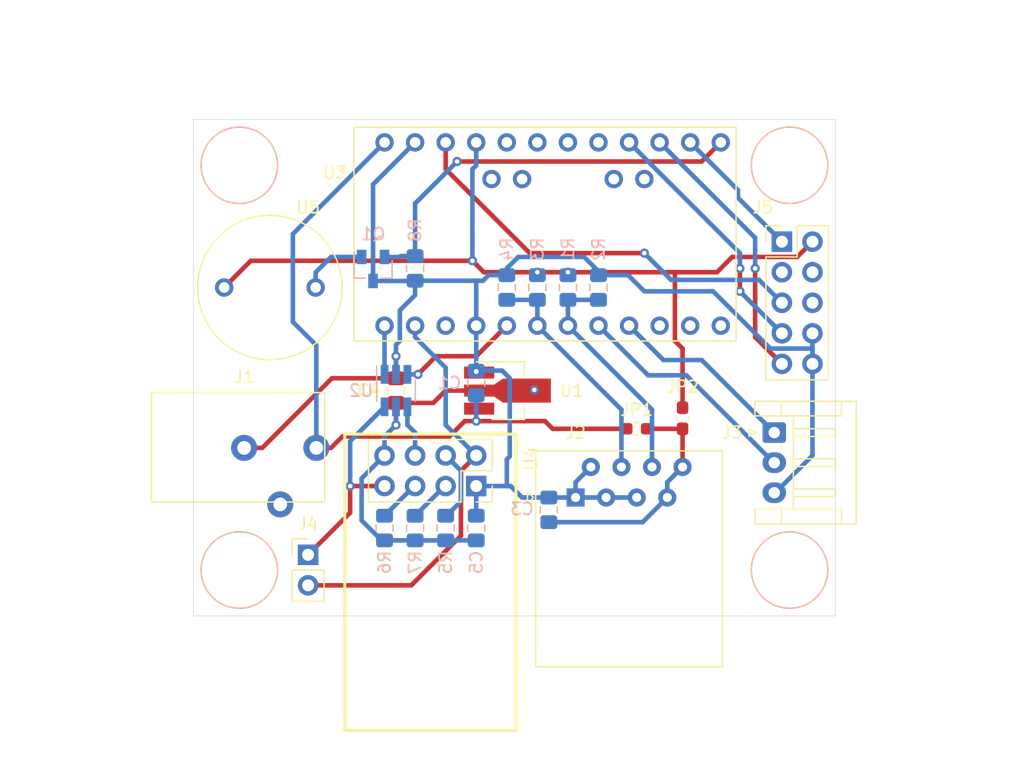
<source format=kicad_pcb>
(kicad_pcb (version 20171130) (host pcbnew "(5.1.5)-3")

  (general
    (thickness 1.6)
    (drawings 21)
    (tracks 201)
    (zones 0)
    (modules 29)
    (nets 24)
  )

  (page A4)
  (layers
    (0 F.Cu signal)
    (31 B.Cu signal)
    (32 B.Adhes user)
    (33 F.Adhes user)
    (34 B.Paste user)
    (35 F.Paste user)
    (36 B.SilkS user)
    (37 F.SilkS user)
    (38 B.Mask user)
    (39 F.Mask user)
    (40 Dwgs.User user)
    (41 Cmts.User user)
    (42 Eco1.User user)
    (43 Eco2.User user)
    (44 Edge.Cuts user)
    (45 Margin user)
    (46 B.CrtYd user)
    (47 F.CrtYd user)
    (48 B.Fab user hide)
    (49 F.Fab user hide)
  )

  (setup
    (last_trace_width 0.25)
    (user_trace_width 0.381)
    (trace_clearance 0.2)
    (zone_clearance 0.508)
    (zone_45_only no)
    (trace_min 0.2)
    (via_size 0.8)
    (via_drill 0.4)
    (via_min_size 0.4)
    (via_min_drill 0.3)
    (user_via 0.762 0.381)
    (uvia_size 0.3)
    (uvia_drill 0.1)
    (uvias_allowed no)
    (uvia_min_size 0.2)
    (uvia_min_drill 0.1)
    (edge_width 0.05)
    (segment_width 0.2)
    (pcb_text_width 0.3)
    (pcb_text_size 1.5 1.5)
    (mod_edge_width 0.12)
    (mod_text_size 1 1)
    (mod_text_width 0.15)
    (pad_size 3.175 3.175)
    (pad_drill 3.175)
    (pad_to_mask_clearance 0.051)
    (solder_mask_min_width 0.25)
    (aux_axis_origin 0 0)
    (grid_origin 103.505 132.715)
    (visible_elements 7FFFFFFF)
    (pcbplotparams
      (layerselection 0x010fc_ffffffff)
      (usegerberextensions false)
      (usegerberattributes false)
      (usegerberadvancedattributes false)
      (creategerberjobfile false)
      (excludeedgelayer true)
      (linewidth 0.100000)
      (plotframeref false)
      (viasonmask false)
      (mode 1)
      (useauxorigin false)
      (hpglpennumber 1)
      (hpglpenspeed 20)
      (hpglpendiameter 15.000000)
      (psnegative false)
      (psa4output false)
      (plotreference true)
      (plotvalue true)
      (plotinvisibletext false)
      (padsonsilk false)
      (subtractmaskfromsilk false)
      (outputformat 1)
      (mirror false)
      (drillshape 0)
      (scaleselection 1)
      (outputdirectory ""))
  )

  (net 0 "")
  (net 1 GND)
  (net 2 /Vin)
  (net 3 /Ext1)
  (net 4 /Ext0)
  (net 5 /DbgTx)
  (net 6 /DbgRx)
  (net 7 /WifiReset)
  (net 8 /RXI)
  (net 9 /TXO)
  (net 10 +3V3)
  (net 11 /MISO)
  (net 12 /SCK)
  (net 13 /Reset)
  (net 14 +5V)
  (net 15 /MOSI)
  (net 16 /Buzzer)
  (net 17 /BuzzerBuf)
  (net 18 /TXOBuf)
  (net 19 /WifiResetBuf)
  (net 20 /SensorPwr)
  (net 21 /CH_PD)
  (net 22 /GPIO0)
  (net 23 /GPIO2)

  (net_class Default "This is the default net class."
    (clearance 0.2)
    (trace_width 0.25)
    (via_dia 0.8)
    (via_drill 0.4)
    (uvia_dia 0.3)
    (uvia_drill 0.1)
    (add_net +3V3)
    (add_net +5V)
    (add_net /Buzzer)
    (add_net /BuzzerBuf)
    (add_net /CH_PD)
    (add_net /DbgRx)
    (add_net /DbgTx)
    (add_net /Ext0)
    (add_net /Ext1)
    (add_net /GPIO0)
    (add_net /GPIO2)
    (add_net /MISO)
    (add_net /MOSI)
    (add_net /RXI)
    (add_net /Reset)
    (add_net /SCK)
    (add_net /SensorPwr)
    (add_net /TXO)
    (add_net /TXOBuf)
    (add_net /Vin)
    (add_net /WifiReset)
    (add_net /WifiResetBuf)
    (add_net GND)
  )

  (module 0MiscParts:ESP-01 (layer F.Cu) (tedit 5EFAED4E) (tstamp 5EDC3275)
    (at 127 119.38 270)
    (descr "Module, ESP-8266, ESP-01, 8 pin")
    (tags "Module ESP-8266 ESP8266")
    (path /5EDBE6F1)
    (fp_text reference U4 (at 0.254 -4.572 90) (layer F.SilkS)
      (effects (font (size 1 1) (thickness 0.15)))
    )
    (fp_text value ESP8266 (at 12.192 3.556 90) (layer F.Fab)
      (effects (font (size 1 1) (thickness 0.15)))
    )
    (fp_line (start -1.27 -1.27) (end 2.81 -1.27) (layer F.Fab) (width 0.1))
    (fp_line (start -1.8 9.4) (end -1.8 -1.8) (layer F.CrtYd) (width 0.05))
    (fp_line (start 2.81 -1.27) (end 3.81 -0.27) (layer F.Fab) (width 0.1))
    (fp_line (start -1.33 -1.33) (end -1.33 8.95) (layer F.SilkS) (width 0.12))
    (fp_line (start 1.27 1.27) (end 3.87 1.27) (layer F.SilkS) (width 0.12))
    (fp_line (start 3.87 1.27) (end 3.87 8.95) (layer F.SilkS) (width 0.12))
    (fp_line (start 4.3 -1.8) (end 4.3 9.4) (layer F.CrtYd) (width 0.05))
    (fp_line (start 4.3 9.4) (end -1.8 9.4) (layer F.CrtYd) (width 0.05))
    (fp_line (start 2.54 -1.33) (end 3.87 -1.33) (layer F.SilkS) (width 0.12))
    (fp_line (start -1.33 -1.33) (end 1.27 -1.33) (layer F.SilkS) (width 0.12))
    (fp_line (start -1.33 8.95) (end 3.87 8.95) (layer F.SilkS) (width 0.12))
    (fp_line (start 3.81 -0.27) (end 3.81 8.89) (layer F.Fab) (width 0.1))
    (fp_line (start 3.81 8.89) (end -1.27 8.89) (layer F.Fab) (width 0.1))
    (fp_line (start -1.27 8.89) (end -1.27 -1.27) (layer F.Fab) (width 0.1))
    (fp_line (start 1.27 -1.33) (end 1.27 1.27) (layer F.SilkS) (width 0.12))
    (fp_line (start 3.87 -1.33) (end 3.87 0) (layer F.SilkS) (width 0.12))
    (fp_line (start -1.8 -1.8) (end 4.3 -1.8) (layer F.CrtYd) (width 0.05))
    (fp_text user %R (at 1.27 3.81) (layer F.Fab)
      (effects (font (size 1 1) (thickness 0.15)))
    )
    (fp_line (start 22.86 10.922) (end -1.778 10.922) (layer F.Fab) (width 0.05))
    (fp_line (start 22.86 -3.302) (end 22.86 10.922) (layer F.Fab) (width 0.05))
    (fp_line (start -1.778 -3.302) (end 22.86 -3.302) (layer F.Fab) (width 0.05))
    (fp_line (start -1.778 10.922) (end -1.778 -3.302) (layer F.SilkS) (width 0.254))
    (fp_line (start 22.86 10.922) (end -1.778 10.922) (layer F.SilkS) (width 0.254))
    (fp_line (start 22.86 -3.302) (end 22.86 10.922) (layer F.SilkS) (width 0.254))
    (fp_line (start -1.778 -3.302) (end 22.86 -3.302) (layer F.SilkS) (width 0.254))
    (pad 1 thru_hole rect (at 2.54 0 270) (size 1.7 1.7) (drill 1) (layers *.Cu *.Mask)
      (net 1 GND))
    (pad 3 thru_hole oval (at 2.54 2.54 270) (size 1.7 1.7) (drill 1) (layers *.Cu *.Mask)
      (net 23 /GPIO2))
    (pad 4 thru_hole oval (at 0 2.54 270) (size 1.7 1.7) (drill 1) (layers *.Cu *.Mask)
      (net 21 /CH_PD))
    (pad 5 thru_hole oval (at 2.54 5.08 270) (size 1.7 1.7) (drill 1) (layers *.Cu *.Mask)
      (net 22 /GPIO0))
    (pad 2 thru_hole oval (at 0 0 270) (size 1.7 1.7) (drill 1) (layers *.Cu *.Mask)
      (net 8 /RXI))
    (pad 6 thru_hole oval (at 0 5.08 270) (size 1.7 1.7) (drill 1) (layers *.Cu *.Mask)
      (net 19 /WifiResetBuf))
    (pad 7 thru_hole oval (at 2.54 7.62 270) (size 1.7 1.7) (drill 1) (layers *.Cu *.Mask)
      (net 18 /TXOBuf))
    (pad 8 thru_hole oval (at 0 7.62 270) (size 1.7 1.7) (drill 1) (layers *.Cu *.Mask)
      (net 10 +3V3))
  )

  (module "0MiscParts:MountingHole _1-8_1-4" (layer F.Cu) (tedit 5E4292CA) (tstamp 5EDD827A)
    (at 153.035 95.25)
    (path /5EDD1765)
    (fp_text reference H3 (at 0 2.032) (layer F.Fab)
      (effects (font (size 1 1) (thickness 0.15)))
    )
    (fp_text value MountingHole (at 0 -2.032) (layer F.Fab)
      (effects (font (size 1 1) (thickness 0.15)))
    )
    (fp_circle (center 0 0) (end 3.175 0) (layer B.SilkS) (width 0.12))
    (fp_circle (center 0 0) (end 3.175 0) (layer F.SilkS) (width 0.12))
    (pad "" np_thru_hole circle (at 0 0) (size 3.175 3.175) (drill 3.175) (layers *.Cu *.Mask))
  )

  (module Package_TO_SOT_SMD:SOT-89-3_Handsoldering (layer F.Cu) (tedit 5A02FF57) (tstamp 5EDC328C)
    (at 129.2225 113.9825)
    (descr "SOT-89-3 Handsoldering")
    (tags "SOT-89-3 Handsoldering")
    (path /5EDC2866)
    (attr smd)
    (fp_text reference U1 (at 5.715 0) (layer F.SilkS)
      (effects (font (size 1 1) (thickness 0.15)))
    )
    (fp_text value AZ1117-3.3 (at 0.5 3.15) (layer F.Fab)
      (effects (font (size 1 1) (thickness 0.15)))
    )
    (fp_line (start -0.13 -2.3) (end 1.68 -2.3) (layer F.Fab) (width 0.1))
    (fp_line (start -0.92 2.3) (end -0.92 -1.51) (layer F.Fab) (width 0.1))
    (fp_line (start 1.68 2.3) (end -0.92 2.3) (layer F.Fab) (width 0.1))
    (fp_line (start 1.68 -2.3) (end 1.68 2.3) (layer F.Fab) (width 0.1))
    (fp_line (start -0.92 -1.51) (end -0.13 -2.3) (layer F.Fab) (width 0.1))
    (fp_line (start 1.78 -2.4) (end 1.78 -1.2) (layer F.SilkS) (width 0.12))
    (fp_line (start -2.22 -2.4) (end 1.78 -2.4) (layer F.SilkS) (width 0.12))
    (fp_line (start 1.78 2.4) (end -0.92 2.4) (layer F.SilkS) (width 0.12))
    (fp_line (start 1.78 1.2) (end 1.78 2.4) (layer F.SilkS) (width 0.12))
    (fp_line (start -3.5 -2.55) (end -3.5 2.55) (layer F.CrtYd) (width 0.05))
    (fp_line (start 4.25 -2.55) (end -3.5 -2.55) (layer F.CrtYd) (width 0.05))
    (fp_line (start 4.25 2.55) (end 4.25 -2.55) (layer F.CrtYd) (width 0.05))
    (fp_line (start -3.5 2.55) (end 4.25 2.55) (layer F.CrtYd) (width 0.05))
    (fp_text user %R (at 0.38 0 90) (layer F.Fab)
      (effects (font (size 0.6 0.6) (thickness 0.09)))
    )
    (pad 2 smd trapezoid (at -0.37 0 90) (size 1.5 0.75) (rect_delta 0 0.5 ) (layers F.Cu F.Paste F.Mask)
      (net 10 +3V3))
    (pad 2 smd rect (at 1.98 0 270) (size 2 4) (layers F.Cu F.Paste F.Mask)
      (net 10 +3V3))
    (pad 3 smd rect (at -1.98 1.5 270) (size 1 2.5) (layers F.Cu F.Paste F.Mask)
      (net 2 /Vin))
    (pad 2 smd rect (at -1.98 0 270) (size 1 2.5) (layers F.Cu F.Paste F.Mask)
      (net 10 +3V3))
    (pad 1 smd rect (at -1.98 -1.5 270) (size 1 2.5) (layers F.Cu F.Paste F.Mask)
      (net 1 GND))
    (model ${KISYS3DMOD}/Package_TO_SOT_SMD.3dshapes/SOT-89-3.wrl
      (at (xyz 0 0 0))
      (scale (xyz 1 1 1))
      (rotate (xyz 0 0 0))
    )
  )

  (module Connector_RJ:RJ45_Amphenol_54602-x08_Horizontal (layer F.Cu) (tedit 5B103613) (tstamp 5EDC3C0C)
    (at 135.255 122.8725)
    (descr "8 Pol Shallow Latch Connector, Modjack, RJ45 (https://cdn.amphenol-icc.com/media/wysiwyg/files/drawing/c-bmj-0102.pdf)")
    (tags RJ45)
    (path /5EDC8CD3)
    (fp_text reference J2 (at 0 -5.3975) (layer F.SilkS)
      (effects (font (size 1 1) (thickness 0.15)))
    )
    (fp_text value RJ45 (at 4.445 4) (layer F.Fab)
      (effects (font (size 1 1) (thickness 0.15)))
    )
    (fp_line (start 12.6 14.47) (end -3.71 14.47) (layer F.CrtYd) (width 0.05))
    (fp_line (start 12.6 14.47) (end 12.6 -4.27) (layer F.CrtYd) (width 0.05))
    (fp_line (start -3.71 -4.27) (end -3.71 14.47) (layer F.CrtYd) (width 0.05))
    (fp_line (start -3.71 -4.27) (end 12.6 -4.27) (layer F.CrtYd) (width 0.05))
    (fp_line (start -3.315 -3.88) (end -3.315 14.08) (layer F.SilkS) (width 0.12))
    (fp_line (start 12.205 -3.88) (end -3.315 -3.88) (layer F.SilkS) (width 0.12))
    (fp_line (start 12.205 -3.88) (end 12.205 14.08) (layer F.SilkS) (width 0.12))
    (fp_line (start -3.315 14.08) (end 12.205 14.08) (layer F.SilkS) (width 0.12))
    (fp_line (start -3.205 -2.77) (end -2.205 -3.77) (layer F.Fab) (width 0.12))
    (fp_line (start -2.205 -3.77) (end 12.095 -3.77) (layer F.Fab) (width 0.12))
    (fp_line (start 12.095 -3.77) (end 12.095 13.97) (layer F.Fab) (width 0.12))
    (fp_line (start 12.095 13.97) (end -3.205 13.97) (layer F.Fab) (width 0.12))
    (fp_line (start -3.205 13.97) (end -3.205 -2.77) (layer F.Fab) (width 0.12))
    (fp_line (start -3.5 0) (end -4 -0.5) (layer F.SilkS) (width 0.12))
    (fp_line (start -4 -0.5) (end -4 0.5) (layer F.SilkS) (width 0.12))
    (fp_line (start -4 0.5) (end -3.5 0) (layer F.SilkS) (width 0.12))
    (fp_text user %R (at 4.445 2) (layer F.Fab)
      (effects (font (size 1 1) (thickness 0.15)))
    )
    (pad 8 thru_hole circle (at 8.89 -2.54) (size 1.5 1.5) (drill 0.76) (layers *.Cu *.Mask)
      (net 20 /SensorPwr))
    (pad 7 thru_hole circle (at 7.62 0) (size 1.5 1.5) (drill 0.76) (layers *.Cu *.Mask)
      (net 20 /SensorPwr))
    (pad 6 thru_hole circle (at 6.35 -2.54) (size 1.5 1.5) (drill 0.76) (layers *.Cu *.Mask)
      (net 3 /Ext1))
    (pad 5 thru_hole circle (at 5.08 0) (size 1.5 1.5) (drill 0.76) (layers *.Cu *.Mask)
      (net 1 GND))
    (pad 4 thru_hole circle (at 3.81 -2.54) (size 1.5 1.5) (drill 0.76) (layers *.Cu *.Mask)
      (net 4 /Ext0))
    (pad 3 thru_hole circle (at 2.54 0) (size 1.5 1.5) (drill 0.76) (layers *.Cu *.Mask)
      (net 1 GND))
    (pad 2 thru_hole circle (at 1.27 -2.54) (size 1.5 1.5) (drill 0.76) (layers *.Cu *.Mask)
      (net 1 GND))
    (pad 1 thru_hole rect (at 0 0) (size 1.5 1.5) (drill 0.76) (layers *.Cu *.Mask)
      (net 1 GND))
    (pad "" np_thru_hole circle (at -1.27 6.35) (size 3.2 3.2) (drill 3.2) (layers *.Cu *.Mask))
    (pad "" np_thru_hole circle (at 10.16 6.35) (size 3.2 3.2) (drill 3.2) (layers *.Cu *.Mask))
    (model ${KISYS3DMOD}/Connector_RJ.3dshapes/RJ45_Amphenol_54602-x08_Horizontal.wrl
      (at (xyz 0 0 0))
      (scale (xyz 1 1 1))
      (rotate (xyz 0 0 0))
    )
  )

  (module Connector_PinHeader_2.54mm:PinHeader_1x02_P2.54mm_Vertical (layer F.Cu) (tedit 59FED5CC) (tstamp 5EDD5DB7)
    (at 113.03 127.635)
    (descr "Through hole straight pin header, 1x02, 2.54mm pitch, single row")
    (tags "Through hole pin header THT 1x02 2.54mm single row")
    (path /5EEBB0A5)
    (fp_text reference J4 (at 0 -2.54) (layer F.SilkS)
      (effects (font (size 1 1) (thickness 0.15)))
    )
    (fp_text value Conn_01x02_Male (at 0 4.87) (layer F.Fab)
      (effects (font (size 1 1) (thickness 0.15)))
    )
    (fp_text user %R (at 0 1.27 90) (layer F.Fab)
      (effects (font (size 1 1) (thickness 0.15)))
    )
    (fp_line (start 1.8 -1.8) (end -1.8 -1.8) (layer F.CrtYd) (width 0.05))
    (fp_line (start 1.8 4.35) (end 1.8 -1.8) (layer F.CrtYd) (width 0.05))
    (fp_line (start -1.8 4.35) (end 1.8 4.35) (layer F.CrtYd) (width 0.05))
    (fp_line (start -1.8 -1.8) (end -1.8 4.35) (layer F.CrtYd) (width 0.05))
    (fp_line (start -1.33 -1.33) (end 0 -1.33) (layer F.SilkS) (width 0.12))
    (fp_line (start -1.33 0) (end -1.33 -1.33) (layer F.SilkS) (width 0.12))
    (fp_line (start -1.33 1.27) (end 1.33 1.27) (layer F.SilkS) (width 0.12))
    (fp_line (start 1.33 1.27) (end 1.33 3.87) (layer F.SilkS) (width 0.12))
    (fp_line (start -1.33 1.27) (end -1.33 3.87) (layer F.SilkS) (width 0.12))
    (fp_line (start -1.33 3.87) (end 1.33 3.87) (layer F.SilkS) (width 0.12))
    (fp_line (start -1.27 -0.635) (end -0.635 -1.27) (layer F.Fab) (width 0.1))
    (fp_line (start -1.27 3.81) (end -1.27 -0.635) (layer F.Fab) (width 0.1))
    (fp_line (start 1.27 3.81) (end -1.27 3.81) (layer F.Fab) (width 0.1))
    (fp_line (start 1.27 -1.27) (end 1.27 3.81) (layer F.Fab) (width 0.1))
    (fp_line (start -0.635 -1.27) (end 1.27 -1.27) (layer F.Fab) (width 0.1))
    (pad 2 thru_hole oval (at 0 2.54) (size 1.7 1.7) (drill 1) (layers *.Cu *.Mask)
      (net 8 /RXI))
    (pad 1 thru_hole rect (at 0 0) (size 1.7 1.7) (drill 1) (layers *.Cu *.Mask)
      (net 18 /TXOBuf))
    (model ${KISYS3DMOD}/Connector_PinHeader_2.54mm.3dshapes/PinHeader_1x02_P2.54mm_Vertical.wrl
      (at (xyz 0 0 0))
      (scale (xyz 1 1 1))
      (rotate (xyz 0 0 0))
    )
  )

  (module Capacitor_SMD:C_0805_2012Metric_Pad1.15x1.40mm_HandSolder (layer B.Cu) (tedit 5B36C52B) (tstamp 5EDCC961)
    (at 133.0325 123.8975 90)
    (descr "Capacitor SMD 0805 (2012 Metric), square (rectangular) end terminal, IPC_7351 nominal with elongated pad for handsoldering. (Body size source: https://docs.google.com/spreadsheets/d/1BsfQQcO9C6DZCsRaXUlFlo91Tg2WpOkGARC1WS5S8t0/edit?usp=sharing), generated with kicad-footprint-generator")
    (tags "capacitor handsolder")
    (path /5EE746B9)
    (attr smd)
    (fp_text reference C3 (at 0.0725 -2.2225 180) (layer B.SilkS)
      (effects (font (size 1 1) (thickness 0.15)) (justify mirror))
    )
    (fp_text value .1 (at 0 -1.65 90) (layer B.Fab)
      (effects (font (size 1 1) (thickness 0.15)) (justify mirror))
    )
    (fp_text user %R (at 0 0 90) (layer B.Fab)
      (effects (font (size 0.5 0.5) (thickness 0.08)) (justify mirror))
    )
    (fp_line (start 1.85 -0.95) (end -1.85 -0.95) (layer B.CrtYd) (width 0.05))
    (fp_line (start 1.85 0.95) (end 1.85 -0.95) (layer B.CrtYd) (width 0.05))
    (fp_line (start -1.85 0.95) (end 1.85 0.95) (layer B.CrtYd) (width 0.05))
    (fp_line (start -1.85 -0.95) (end -1.85 0.95) (layer B.CrtYd) (width 0.05))
    (fp_line (start -0.261252 -0.71) (end 0.261252 -0.71) (layer B.SilkS) (width 0.12))
    (fp_line (start -0.261252 0.71) (end 0.261252 0.71) (layer B.SilkS) (width 0.12))
    (fp_line (start 1 -0.6) (end -1 -0.6) (layer B.Fab) (width 0.1))
    (fp_line (start 1 0.6) (end 1 -0.6) (layer B.Fab) (width 0.1))
    (fp_line (start -1 0.6) (end 1 0.6) (layer B.Fab) (width 0.1))
    (fp_line (start -1 -0.6) (end -1 0.6) (layer B.Fab) (width 0.1))
    (pad 2 smd roundrect (at 1.025 0 90) (size 1.15 1.4) (layers B.Cu B.Paste B.Mask) (roundrect_rratio 0.217391)
      (net 1 GND))
    (pad 1 smd roundrect (at -1.025 0 90) (size 1.15 1.4) (layers B.Cu B.Paste B.Mask) (roundrect_rratio 0.217391)
      (net 20 /SensorPwr))
    (model ${KISYS3DMOD}/Capacitor_SMD.3dshapes/C_0805_2012Metric.wrl
      (at (xyz 0 0 0))
      (scale (xyz 1 1 1))
      (rotate (xyz 0 0 0))
    )
  )

  (module Resistor_SMD:R_0805_2012Metric_Pad1.15x1.40mm_HandSolder (layer B.Cu) (tedit 5B36C52B) (tstamp 5EDCAEFF)
    (at 121.92 103.8225 270)
    (descr "Resistor SMD 0805 (2012 Metric), square (rectangular) end terminal, IPC_7351 nominal with elongated pad for handsoldering. (Body size source: https://docs.google.com/spreadsheets/d/1BsfQQcO9C6DZCsRaXUlFlo91Tg2WpOkGARC1WS5S8t0/edit?usp=sharing), generated with kicad-footprint-generator")
    (tags "resistor handsolder")
    (path /5EE1ABF5)
    (attr smd)
    (fp_text reference R8 (at -3.175 0 90) (layer B.SilkS)
      (effects (font (size 1 1) (thickness 0.15)) (justify mirror))
    )
    (fp_text value 510 (at 0 -1.65 90) (layer B.Fab)
      (effects (font (size 1 1) (thickness 0.15)) (justify mirror))
    )
    (fp_text user %R (at 0 0 90) (layer B.Fab)
      (effects (font (size 0.5 0.5) (thickness 0.08)) (justify mirror))
    )
    (fp_line (start 1.85 -0.95) (end -1.85 -0.95) (layer B.CrtYd) (width 0.05))
    (fp_line (start 1.85 0.95) (end 1.85 -0.95) (layer B.CrtYd) (width 0.05))
    (fp_line (start -1.85 0.95) (end 1.85 0.95) (layer B.CrtYd) (width 0.05))
    (fp_line (start -1.85 -0.95) (end -1.85 0.95) (layer B.CrtYd) (width 0.05))
    (fp_line (start -0.261252 -0.71) (end 0.261252 -0.71) (layer B.SilkS) (width 0.12))
    (fp_line (start -0.261252 0.71) (end 0.261252 0.71) (layer B.SilkS) (width 0.12))
    (fp_line (start 1 -0.6) (end -1 -0.6) (layer B.Fab) (width 0.1))
    (fp_line (start 1 0.6) (end 1 -0.6) (layer B.Fab) (width 0.1))
    (fp_line (start -1 0.6) (end 1 0.6) (layer B.Fab) (width 0.1))
    (fp_line (start -1 -0.6) (end -1 0.6) (layer B.Fab) (width 0.1))
    (pad 2 smd roundrect (at 1.025 0 270) (size 1.15 1.4) (layers B.Cu B.Paste B.Mask) (roundrect_rratio 0.217391)
      (net 1 GND))
    (pad 1 smd roundrect (at -1.025 0 270) (size 1.15 1.4) (layers B.Cu B.Paste B.Mask) (roundrect_rratio 0.217391)
      (net 16 /Buzzer))
    (model ${KISYS3DMOD}/Resistor_SMD.3dshapes/R_0805_2012Metric.wrl
      (at (xyz 0 0 0))
      (scale (xyz 1 1 1))
      (rotate (xyz 0 0 0))
    )
  )

  (module Resistor_SMD:R_0805_2012Metric_Pad1.15x1.40mm_HandSolder (layer B.Cu) (tedit 5B36C52B) (tstamp 5EDCAEEE)
    (at 121.92 125.4125 90)
    (descr "Resistor SMD 0805 (2012 Metric), square (rectangular) end terminal, IPC_7351 nominal with elongated pad for handsoldering. (Body size source: https://docs.google.com/spreadsheets/d/1BsfQQcO9C6DZCsRaXUlFlo91Tg2WpOkGARC1WS5S8t0/edit?usp=sharing), generated with kicad-footprint-generator")
    (tags "resistor handsolder")
    (path /5EE125AE)
    (attr smd)
    (fp_text reference R7 (at -2.8575 0 270) (layer B.SilkS)
      (effects (font (size 1 1) (thickness 0.15)) (justify mirror))
    )
    (fp_text value 10k (at 0 -1.65 270) (layer B.Fab)
      (effects (font (size 1 1) (thickness 0.15)) (justify mirror))
    )
    (fp_text user %R (at 0 0 270) (layer B.Fab)
      (effects (font (size 0.5 0.5) (thickness 0.08)) (justify mirror))
    )
    (fp_line (start 1.85 -0.95) (end -1.85 -0.95) (layer B.CrtYd) (width 0.05))
    (fp_line (start 1.85 0.95) (end 1.85 -0.95) (layer B.CrtYd) (width 0.05))
    (fp_line (start -1.85 0.95) (end 1.85 0.95) (layer B.CrtYd) (width 0.05))
    (fp_line (start -1.85 -0.95) (end -1.85 0.95) (layer B.CrtYd) (width 0.05))
    (fp_line (start -0.261252 -0.71) (end 0.261252 -0.71) (layer B.SilkS) (width 0.12))
    (fp_line (start -0.261252 0.71) (end 0.261252 0.71) (layer B.SilkS) (width 0.12))
    (fp_line (start 1 -0.6) (end -1 -0.6) (layer B.Fab) (width 0.1))
    (fp_line (start 1 0.6) (end 1 -0.6) (layer B.Fab) (width 0.1))
    (fp_line (start -1 0.6) (end 1 0.6) (layer B.Fab) (width 0.1))
    (fp_line (start -1 -0.6) (end -1 0.6) (layer B.Fab) (width 0.1))
    (pad 2 smd roundrect (at 1.025 0 90) (size 1.15 1.4) (layers B.Cu B.Paste B.Mask) (roundrect_rratio 0.217391)
      (net 23 /GPIO2))
    (pad 1 smd roundrect (at -1.025 0 90) (size 1.15 1.4) (layers B.Cu B.Paste B.Mask) (roundrect_rratio 0.217391)
      (net 10 +3V3))
    (model ${KISYS3DMOD}/Resistor_SMD.3dshapes/R_0805_2012Metric.wrl
      (at (xyz 0 0 0))
      (scale (xyz 1 1 1))
      (rotate (xyz 0 0 0))
    )
  )

  (module Resistor_SMD:R_0805_2012Metric_Pad1.15x1.40mm_HandSolder (layer B.Cu) (tedit 5B36C52B) (tstamp 5EDCAEDD)
    (at 119.38 125.4125 90)
    (descr "Resistor SMD 0805 (2012 Metric), square (rectangular) end terminal, IPC_7351 nominal with elongated pad for handsoldering. (Body size source: https://docs.google.com/spreadsheets/d/1BsfQQcO9C6DZCsRaXUlFlo91Tg2WpOkGARC1WS5S8t0/edit?usp=sharing), generated with kicad-footprint-generator")
    (tags "resistor handsolder")
    (path /5EE1160B)
    (attr smd)
    (fp_text reference R6 (at -2.8575 0 270) (layer B.SilkS)
      (effects (font (size 1 1) (thickness 0.15)) (justify mirror))
    )
    (fp_text value 10k (at 0 -1.65 270) (layer B.Fab)
      (effects (font (size 1 1) (thickness 0.15)) (justify mirror))
    )
    (fp_text user %R (at 0 0 270) (layer B.Fab)
      (effects (font (size 0.5 0.5) (thickness 0.08)) (justify mirror))
    )
    (fp_line (start 1.85 -0.95) (end -1.85 -0.95) (layer B.CrtYd) (width 0.05))
    (fp_line (start 1.85 0.95) (end 1.85 -0.95) (layer B.CrtYd) (width 0.05))
    (fp_line (start -1.85 0.95) (end 1.85 0.95) (layer B.CrtYd) (width 0.05))
    (fp_line (start -1.85 -0.95) (end -1.85 0.95) (layer B.CrtYd) (width 0.05))
    (fp_line (start -0.261252 -0.71) (end 0.261252 -0.71) (layer B.SilkS) (width 0.12))
    (fp_line (start -0.261252 0.71) (end 0.261252 0.71) (layer B.SilkS) (width 0.12))
    (fp_line (start 1 -0.6) (end -1 -0.6) (layer B.Fab) (width 0.1))
    (fp_line (start 1 0.6) (end 1 -0.6) (layer B.Fab) (width 0.1))
    (fp_line (start -1 0.6) (end 1 0.6) (layer B.Fab) (width 0.1))
    (fp_line (start -1 -0.6) (end -1 0.6) (layer B.Fab) (width 0.1))
    (pad 2 smd roundrect (at 1.025 0 90) (size 1.15 1.4) (layers B.Cu B.Paste B.Mask) (roundrect_rratio 0.217391)
      (net 22 /GPIO0))
    (pad 1 smd roundrect (at -1.025 0 90) (size 1.15 1.4) (layers B.Cu B.Paste B.Mask) (roundrect_rratio 0.217391)
      (net 10 +3V3))
    (model ${KISYS3DMOD}/Resistor_SMD.3dshapes/R_0805_2012Metric.wrl
      (at (xyz 0 0 0))
      (scale (xyz 1 1 1))
      (rotate (xyz 0 0 0))
    )
  )

  (module Resistor_SMD:R_0805_2012Metric_Pad1.15x1.40mm_HandSolder (layer B.Cu) (tedit 5B36C52B) (tstamp 5EDCAECC)
    (at 124.46 125.4125 90)
    (descr "Resistor SMD 0805 (2012 Metric), square (rectangular) end terminal, IPC_7351 nominal with elongated pad for handsoldering. (Body size source: https://docs.google.com/spreadsheets/d/1BsfQQcO9C6DZCsRaXUlFlo91Tg2WpOkGARC1WS5S8t0/edit?usp=sharing), generated with kicad-footprint-generator")
    (tags "resistor handsolder")
    (path /5EE1279D)
    (attr smd)
    (fp_text reference R5 (at -2.8575 0 90) (layer B.SilkS)
      (effects (font (size 1 1) (thickness 0.15)) (justify mirror))
    )
    (fp_text value 10k (at 0 -1.65 90) (layer B.Fab)
      (effects (font (size 1 1) (thickness 0.15)) (justify mirror))
    )
    (fp_text user %R (at 0 0 90) (layer B.Fab)
      (effects (font (size 0.5 0.5) (thickness 0.08)) (justify mirror))
    )
    (fp_line (start 1.85 -0.95) (end -1.85 -0.95) (layer B.CrtYd) (width 0.05))
    (fp_line (start 1.85 0.95) (end 1.85 -0.95) (layer B.CrtYd) (width 0.05))
    (fp_line (start -1.85 0.95) (end 1.85 0.95) (layer B.CrtYd) (width 0.05))
    (fp_line (start -1.85 -0.95) (end -1.85 0.95) (layer B.CrtYd) (width 0.05))
    (fp_line (start -0.261252 -0.71) (end 0.261252 -0.71) (layer B.SilkS) (width 0.12))
    (fp_line (start -0.261252 0.71) (end 0.261252 0.71) (layer B.SilkS) (width 0.12))
    (fp_line (start 1 -0.6) (end -1 -0.6) (layer B.Fab) (width 0.1))
    (fp_line (start 1 0.6) (end 1 -0.6) (layer B.Fab) (width 0.1))
    (fp_line (start -1 0.6) (end 1 0.6) (layer B.Fab) (width 0.1))
    (fp_line (start -1 -0.6) (end -1 0.6) (layer B.Fab) (width 0.1))
    (pad 2 smd roundrect (at 1.025 0 90) (size 1.15 1.4) (layers B.Cu B.Paste B.Mask) (roundrect_rratio 0.217391)
      (net 21 /CH_PD))
    (pad 1 smd roundrect (at -1.025 0 90) (size 1.15 1.4) (layers B.Cu B.Paste B.Mask) (roundrect_rratio 0.217391)
      (net 10 +3V3))
    (model ${KISYS3DMOD}/Resistor_SMD.3dshapes/R_0805_2012Metric.wrl
      (at (xyz 0 0 0))
      (scale (xyz 1 1 1))
      (rotate (xyz 0 0 0))
    )
  )

  (module Resistor_SMD:R_0805_2012Metric_Pad1.15x1.40mm_HandSolder (layer B.Cu) (tedit 5B36C52B) (tstamp 5EDCAEBB)
    (at 129.54 105.41 90)
    (descr "Resistor SMD 0805 (2012 Metric), square (rectangular) end terminal, IPC_7351 nominal with elongated pad for handsoldering. (Body size source: https://docs.google.com/spreadsheets/d/1BsfQQcO9C6DZCsRaXUlFlo91Tg2WpOkGARC1WS5S8t0/edit?usp=sharing), generated with kicad-footprint-generator")
    (tags "resistor handsolder")
    (path /5EE56634)
    (attr smd)
    (fp_text reference R4 (at 3.175 0 90) (layer B.SilkS)
      (effects (font (size 1 1) (thickness 0.15)) (justify mirror))
    )
    (fp_text value R (at 0 -1.65 90) (layer B.Fab)
      (effects (font (size 1 1) (thickness 0.15)) (justify mirror))
    )
    (fp_text user %R (at 0 0 90) (layer B.Fab)
      (effects (font (size 0.5 0.5) (thickness 0.08)) (justify mirror))
    )
    (fp_line (start 1.85 -0.95) (end -1.85 -0.95) (layer B.CrtYd) (width 0.05))
    (fp_line (start 1.85 0.95) (end 1.85 -0.95) (layer B.CrtYd) (width 0.05))
    (fp_line (start -1.85 0.95) (end 1.85 0.95) (layer B.CrtYd) (width 0.05))
    (fp_line (start -1.85 -0.95) (end -1.85 0.95) (layer B.CrtYd) (width 0.05))
    (fp_line (start -0.261252 -0.71) (end 0.261252 -0.71) (layer B.SilkS) (width 0.12))
    (fp_line (start -0.261252 0.71) (end 0.261252 0.71) (layer B.SilkS) (width 0.12))
    (fp_line (start 1 -0.6) (end -1 -0.6) (layer B.Fab) (width 0.1))
    (fp_line (start 1 0.6) (end 1 -0.6) (layer B.Fab) (width 0.1))
    (fp_line (start -1 0.6) (end 1 0.6) (layer B.Fab) (width 0.1))
    (fp_line (start -1 -0.6) (end -1 0.6) (layer B.Fab) (width 0.1))
    (pad 2 smd roundrect (at 1.025 0 90) (size 1.15 1.4) (layers B.Cu B.Paste B.Mask) (roundrect_rratio 0.217391)
      (net 1 GND))
    (pad 1 smd roundrect (at -1.025 0 90) (size 1.15 1.4) (layers B.Cu B.Paste B.Mask) (roundrect_rratio 0.217391)
      (net 4 /Ext0))
    (model ${KISYS3DMOD}/Resistor_SMD.3dshapes/R_0805_2012Metric.wrl
      (at (xyz 0 0 0))
      (scale (xyz 1 1 1))
      (rotate (xyz 0 0 0))
    )
  )

  (module Resistor_SMD:R_0805_2012Metric_Pad1.15x1.40mm_HandSolder (layer B.Cu) (tedit 5B36C52B) (tstamp 5EDCAEAA)
    (at 132.08 105.41 270)
    (descr "Resistor SMD 0805 (2012 Metric), square (rectangular) end terminal, IPC_7351 nominal with elongated pad for handsoldering. (Body size source: https://docs.google.com/spreadsheets/d/1BsfQQcO9C6DZCsRaXUlFlo91Tg2WpOkGARC1WS5S8t0/edit?usp=sharing), generated with kicad-footprint-generator")
    (tags "resistor handsolder")
    (path /5EE13390)
    (attr smd)
    (fp_text reference R3 (at -3.175 0 90) (layer B.SilkS)
      (effects (font (size 1 1) (thickness 0.15)) (justify mirror))
    )
    (fp_text value R (at 0 -1.65 90) (layer B.Fab)
      (effects (font (size 1 1) (thickness 0.15)) (justify mirror))
    )
    (fp_text user %R (at 0 0 90) (layer B.Fab)
      (effects (font (size 0.5 0.5) (thickness 0.08)) (justify mirror))
    )
    (fp_line (start 1.85 -0.95) (end -1.85 -0.95) (layer B.CrtYd) (width 0.05))
    (fp_line (start 1.85 0.95) (end 1.85 -0.95) (layer B.CrtYd) (width 0.05))
    (fp_line (start -1.85 0.95) (end 1.85 0.95) (layer B.CrtYd) (width 0.05))
    (fp_line (start -1.85 -0.95) (end -1.85 0.95) (layer B.CrtYd) (width 0.05))
    (fp_line (start -0.261252 -0.71) (end 0.261252 -0.71) (layer B.SilkS) (width 0.12))
    (fp_line (start -0.261252 0.71) (end 0.261252 0.71) (layer B.SilkS) (width 0.12))
    (fp_line (start 1 -0.6) (end -1 -0.6) (layer B.Fab) (width 0.1))
    (fp_line (start 1 0.6) (end 1 -0.6) (layer B.Fab) (width 0.1))
    (fp_line (start -1 0.6) (end 1 0.6) (layer B.Fab) (width 0.1))
    (fp_line (start -1 -0.6) (end -1 0.6) (layer B.Fab) (width 0.1))
    (pad 2 smd roundrect (at 1.025 0 270) (size 1.15 1.4) (layers B.Cu B.Paste B.Mask) (roundrect_rratio 0.217391)
      (net 4 /Ext0))
    (pad 1 smd roundrect (at -1.025 0 270) (size 1.15 1.4) (layers B.Cu B.Paste B.Mask) (roundrect_rratio 0.217391)
      (net 14 +5V))
    (model ${KISYS3DMOD}/Resistor_SMD.3dshapes/R_0805_2012Metric.wrl
      (at (xyz 0 0 0))
      (scale (xyz 1 1 1))
      (rotate (xyz 0 0 0))
    )
  )

  (module Resistor_SMD:R_0805_2012Metric_Pad1.15x1.40mm_HandSolder (layer B.Cu) (tedit 5B36C52B) (tstamp 5EDCAE99)
    (at 137.16 105.41 90)
    (descr "Resistor SMD 0805 (2012 Metric), square (rectangular) end terminal, IPC_7351 nominal with elongated pad for handsoldering. (Body size source: https://docs.google.com/spreadsheets/d/1BsfQQcO9C6DZCsRaXUlFlo91Tg2WpOkGARC1WS5S8t0/edit?usp=sharing), generated with kicad-footprint-generator")
    (tags "resistor handsolder")
    (path /5EE5662E)
    (attr smd)
    (fp_text reference R2 (at 3.175 0 90) (layer B.SilkS)
      (effects (font (size 1 1) (thickness 0.15)) (justify mirror))
    )
    (fp_text value R (at 0 -1.65 90) (layer B.Fab)
      (effects (font (size 1 1) (thickness 0.15)) (justify mirror))
    )
    (fp_text user %R (at 0 0 90) (layer B.Fab)
      (effects (font (size 0.5 0.5) (thickness 0.08)) (justify mirror))
    )
    (fp_line (start 1.85 -0.95) (end -1.85 -0.95) (layer B.CrtYd) (width 0.05))
    (fp_line (start 1.85 0.95) (end 1.85 -0.95) (layer B.CrtYd) (width 0.05))
    (fp_line (start -1.85 0.95) (end 1.85 0.95) (layer B.CrtYd) (width 0.05))
    (fp_line (start -1.85 -0.95) (end -1.85 0.95) (layer B.CrtYd) (width 0.05))
    (fp_line (start -0.261252 -0.71) (end 0.261252 -0.71) (layer B.SilkS) (width 0.12))
    (fp_line (start -0.261252 0.71) (end 0.261252 0.71) (layer B.SilkS) (width 0.12))
    (fp_line (start 1 -0.6) (end -1 -0.6) (layer B.Fab) (width 0.1))
    (fp_line (start 1 0.6) (end 1 -0.6) (layer B.Fab) (width 0.1))
    (fp_line (start -1 0.6) (end 1 0.6) (layer B.Fab) (width 0.1))
    (fp_line (start -1 -0.6) (end -1 0.6) (layer B.Fab) (width 0.1))
    (pad 2 smd roundrect (at 1.025 0 90) (size 1.15 1.4) (layers B.Cu B.Paste B.Mask) (roundrect_rratio 0.217391)
      (net 1 GND))
    (pad 1 smd roundrect (at -1.025 0 90) (size 1.15 1.4) (layers B.Cu B.Paste B.Mask) (roundrect_rratio 0.217391)
      (net 3 /Ext1))
    (model ${KISYS3DMOD}/Resistor_SMD.3dshapes/R_0805_2012Metric.wrl
      (at (xyz 0 0 0))
      (scale (xyz 1 1 1))
      (rotate (xyz 0 0 0))
    )
  )

  (module Resistor_SMD:R_0805_2012Metric_Pad1.15x1.40mm_HandSolder (layer B.Cu) (tedit 5B36C52B) (tstamp 5EDCAE88)
    (at 134.62 105.41 270)
    (descr "Resistor SMD 0805 (2012 Metric), square (rectangular) end terminal, IPC_7351 nominal with elongated pad for handsoldering. (Body size source: https://docs.google.com/spreadsheets/d/1BsfQQcO9C6DZCsRaXUlFlo91Tg2WpOkGARC1WS5S8t0/edit?usp=sharing), generated with kicad-footprint-generator")
    (tags "resistor handsolder")
    (path /5EE12BC8)
    (attr smd)
    (fp_text reference R1 (at -3.175 0 90) (layer B.SilkS)
      (effects (font (size 1 1) (thickness 0.15)) (justify mirror))
    )
    (fp_text value R (at 0 -1.65 90) (layer B.Fab)
      (effects (font (size 1 1) (thickness 0.15)) (justify mirror))
    )
    (fp_text user %R (at 0 0 90) (layer B.Fab)
      (effects (font (size 0.5 0.5) (thickness 0.08)) (justify mirror))
    )
    (fp_line (start 1.85 -0.95) (end -1.85 -0.95) (layer B.CrtYd) (width 0.05))
    (fp_line (start 1.85 0.95) (end 1.85 -0.95) (layer B.CrtYd) (width 0.05))
    (fp_line (start -1.85 0.95) (end 1.85 0.95) (layer B.CrtYd) (width 0.05))
    (fp_line (start -1.85 -0.95) (end -1.85 0.95) (layer B.CrtYd) (width 0.05))
    (fp_line (start -0.261252 -0.71) (end 0.261252 -0.71) (layer B.SilkS) (width 0.12))
    (fp_line (start -0.261252 0.71) (end 0.261252 0.71) (layer B.SilkS) (width 0.12))
    (fp_line (start 1 -0.6) (end -1 -0.6) (layer B.Fab) (width 0.1))
    (fp_line (start 1 0.6) (end 1 -0.6) (layer B.Fab) (width 0.1))
    (fp_line (start -1 0.6) (end 1 0.6) (layer B.Fab) (width 0.1))
    (fp_line (start -1 -0.6) (end -1 0.6) (layer B.Fab) (width 0.1))
    (pad 2 smd roundrect (at 1.025 0 270) (size 1.15 1.4) (layers B.Cu B.Paste B.Mask) (roundrect_rratio 0.217391)
      (net 3 /Ext1))
    (pad 1 smd roundrect (at -1.025 0 270) (size 1.15 1.4) (layers B.Cu B.Paste B.Mask) (roundrect_rratio 0.217391)
      (net 14 +5V))
    (model ${KISYS3DMOD}/Resistor_SMD.3dshapes/R_0805_2012Metric.wrl
      (at (xyz 0 0 0))
      (scale (xyz 1 1 1))
      (rotate (xyz 0 0 0))
    )
  )

  (module Resistor_SMD:R_0603_1608Metric_Pad1.05x0.95mm_HandSolder (layer F.Cu) (tedit 5B301BBD) (tstamp 5EDCAE4F)
    (at 144.145 116.2825 270)
    (descr "Resistor SMD 0603 (1608 Metric), square (rectangular) end terminal, IPC_7351 nominal with elongated pad for handsoldering. (Body size source: http://www.tortai-tech.com/upload/download/2011102023233369053.pdf), generated with kicad-footprint-generator")
    (tags "resistor handsolder")
    (path /5EE408C3)
    (attr smd)
    (fp_text reference JP2 (at -2.6175 0 180) (layer F.SilkS)
      (effects (font (size 1 1) (thickness 0.15)))
    )
    (fp_text value Jumper_NO_Small (at 0 1.43 90) (layer F.Fab)
      (effects (font (size 1 1) (thickness 0.15)))
    )
    (fp_text user %R (at 0 0 90) (layer F.Fab)
      (effects (font (size 0.4 0.4) (thickness 0.06)))
    )
    (fp_line (start 1.65 0.73) (end -1.65 0.73) (layer F.CrtYd) (width 0.05))
    (fp_line (start 1.65 -0.73) (end 1.65 0.73) (layer F.CrtYd) (width 0.05))
    (fp_line (start -1.65 -0.73) (end 1.65 -0.73) (layer F.CrtYd) (width 0.05))
    (fp_line (start -1.65 0.73) (end -1.65 -0.73) (layer F.CrtYd) (width 0.05))
    (fp_line (start -0.171267 0.51) (end 0.171267 0.51) (layer F.SilkS) (width 0.12))
    (fp_line (start -0.171267 -0.51) (end 0.171267 -0.51) (layer F.SilkS) (width 0.12))
    (fp_line (start 0.8 0.4) (end -0.8 0.4) (layer F.Fab) (width 0.1))
    (fp_line (start 0.8 -0.4) (end 0.8 0.4) (layer F.Fab) (width 0.1))
    (fp_line (start -0.8 -0.4) (end 0.8 -0.4) (layer F.Fab) (width 0.1))
    (fp_line (start -0.8 0.4) (end -0.8 -0.4) (layer F.Fab) (width 0.1))
    (pad 2 smd roundrect (at 0.875 0 270) (size 1.05 0.95) (layers F.Cu F.Paste F.Mask) (roundrect_rratio 0.25)
      (net 20 /SensorPwr))
    (pad 1 smd roundrect (at -0.875 0 270) (size 1.05 0.95) (layers F.Cu F.Paste F.Mask) (roundrect_rratio 0.25)
      (net 14 +5V))
    (model ${KISYS3DMOD}/Resistor_SMD.3dshapes/R_0603_1608Metric.wrl
      (at (xyz 0 0 0))
      (scale (xyz 1 1 1))
      (rotate (xyz 0 0 0))
    )
  )

  (module Resistor_SMD:R_0603_1608Metric_Pad1.05x0.95mm_HandSolder (layer F.Cu) (tedit 5B301BBD) (tstamp 5EDCAE3E)
    (at 140.335 117.1575)
    (descr "Resistor SMD 0603 (1608 Metric), square (rectangular) end terminal, IPC_7351 nominal with elongated pad for handsoldering. (Body size source: http://www.tortai-tech.com/upload/download/2011102023233369053.pdf), generated with kicad-footprint-generator")
    (tags "resistor handsolder")
    (path /5EE3EE16)
    (attr smd)
    (fp_text reference JP1 (at 0 -1.5875 180) (layer F.SilkS)
      (effects (font (size 1 1) (thickness 0.15)))
    )
    (fp_text value Jumper_NO_Small (at 0 1.43 180) (layer F.Fab)
      (effects (font (size 1 1) (thickness 0.15)))
    )
    (fp_text user %R (at 0 0 180) (layer F.Fab)
      (effects (font (size 0.4 0.4) (thickness 0.06)))
    )
    (fp_line (start 1.65 0.73) (end -1.65 0.73) (layer F.CrtYd) (width 0.05))
    (fp_line (start 1.65 -0.73) (end 1.65 0.73) (layer F.CrtYd) (width 0.05))
    (fp_line (start -1.65 -0.73) (end 1.65 -0.73) (layer F.CrtYd) (width 0.05))
    (fp_line (start -1.65 0.73) (end -1.65 -0.73) (layer F.CrtYd) (width 0.05))
    (fp_line (start -0.171267 0.51) (end 0.171267 0.51) (layer F.SilkS) (width 0.12))
    (fp_line (start -0.171267 -0.51) (end 0.171267 -0.51) (layer F.SilkS) (width 0.12))
    (fp_line (start 0.8 0.4) (end -0.8 0.4) (layer F.Fab) (width 0.1))
    (fp_line (start 0.8 -0.4) (end 0.8 0.4) (layer F.Fab) (width 0.1))
    (fp_line (start -0.8 -0.4) (end 0.8 -0.4) (layer F.Fab) (width 0.1))
    (fp_line (start -0.8 0.4) (end -0.8 -0.4) (layer F.Fab) (width 0.1))
    (pad 2 smd roundrect (at 0.875 0) (size 1.05 0.95) (layers F.Cu F.Paste F.Mask) (roundrect_rratio 0.25)
      (net 20 /SensorPwr))
    (pad 1 smd roundrect (at -0.875 0) (size 1.05 0.95) (layers F.Cu F.Paste F.Mask) (roundrect_rratio 0.25)
      (net 2 /Vin))
    (model ${KISYS3DMOD}/Resistor_SMD.3dshapes/R_0603_1608Metric.wrl
      (at (xyz 0 0 0))
      (scale (xyz 1 1 1))
      (rotate (xyz 0 0 0))
    )
  )

  (module Capacitor_SMD:C_0805_2012Metric_Pad1.15x1.40mm_HandSolder (layer B.Cu) (tedit 5B36C52B) (tstamp 5EDCACF3)
    (at 127 125.4125 90)
    (descr "Capacitor SMD 0805 (2012 Metric), square (rectangular) end terminal, IPC_7351 nominal with elongated pad for handsoldering. (Body size source: https://docs.google.com/spreadsheets/d/1BsfQQcO9C6DZCsRaXUlFlo91Tg2WpOkGARC1WS5S8t0/edit?usp=sharing), generated with kicad-footprint-generator")
    (tags "capacitor handsolder")
    (path /5EE1945A)
    (attr smd)
    (fp_text reference C5 (at -2.8575 0 270) (layer B.SilkS)
      (effects (font (size 1 1) (thickness 0.15)) (justify mirror))
    )
    (fp_text value .1 (at 0 -1.65 270) (layer B.Fab)
      (effects (font (size 1 1) (thickness 0.15)) (justify mirror))
    )
    (fp_text user %R (at 0 0 270) (layer B.Fab)
      (effects (font (size 0.5 0.5) (thickness 0.08)) (justify mirror))
    )
    (fp_line (start 1.85 -0.95) (end -1.85 -0.95) (layer B.CrtYd) (width 0.05))
    (fp_line (start 1.85 0.95) (end 1.85 -0.95) (layer B.CrtYd) (width 0.05))
    (fp_line (start -1.85 0.95) (end 1.85 0.95) (layer B.CrtYd) (width 0.05))
    (fp_line (start -1.85 -0.95) (end -1.85 0.95) (layer B.CrtYd) (width 0.05))
    (fp_line (start -0.261252 -0.71) (end 0.261252 -0.71) (layer B.SilkS) (width 0.12))
    (fp_line (start -0.261252 0.71) (end 0.261252 0.71) (layer B.SilkS) (width 0.12))
    (fp_line (start 1 -0.6) (end -1 -0.6) (layer B.Fab) (width 0.1))
    (fp_line (start 1 0.6) (end 1 -0.6) (layer B.Fab) (width 0.1))
    (fp_line (start -1 0.6) (end 1 0.6) (layer B.Fab) (width 0.1))
    (fp_line (start -1 -0.6) (end -1 0.6) (layer B.Fab) (width 0.1))
    (pad 2 smd roundrect (at 1.025 0 90) (size 1.15 1.4) (layers B.Cu B.Paste B.Mask) (roundrect_rratio 0.217391)
      (net 1 GND))
    (pad 1 smd roundrect (at -1.025 0 90) (size 1.15 1.4) (layers B.Cu B.Paste B.Mask) (roundrect_rratio 0.217391)
      (net 10 +3V3))
    (model ${KISYS3DMOD}/Capacitor_SMD.3dshapes/C_0805_2012Metric.wrl
      (at (xyz 0 0 0))
      (scale (xyz 1 1 1))
      (rotate (xyz 0 0 0))
    )
  )

  (module Capacitor_SMD:C_0805_2012Metric_Pad1.15x1.40mm_HandSolder (layer F.Cu) (tedit 5B36C52B) (tstamp 5EDD572E)
    (at 120.3325 113.9825 90)
    (descr "Capacitor SMD 0805 (2012 Metric), square (rectangular) end terminal, IPC_7351 nominal with elongated pad for handsoldering. (Body size source: https://docs.google.com/spreadsheets/d/1BsfQQcO9C6DZCsRaXUlFlo91Tg2WpOkGARC1WS5S8t0/edit?usp=sharing), generated with kicad-footprint-generator")
    (tags "capacitor handsolder")
    (path /5EE17119)
    (attr smd)
    (fp_text reference C4 (at 0 -2.2225 180) (layer F.SilkS)
      (effects (font (size 1 1) (thickness 0.15)))
    )
    (fp_text value .1 (at 0 1.65 90) (layer F.Fab)
      (effects (font (size 1 1) (thickness 0.15)))
    )
    (fp_text user %R (at 0 0 90) (layer F.Fab)
      (effects (font (size 0.5 0.5) (thickness 0.08)))
    )
    (fp_line (start 1.85 0.95) (end -1.85 0.95) (layer F.CrtYd) (width 0.05))
    (fp_line (start 1.85 -0.95) (end 1.85 0.95) (layer F.CrtYd) (width 0.05))
    (fp_line (start -1.85 -0.95) (end 1.85 -0.95) (layer F.CrtYd) (width 0.05))
    (fp_line (start -1.85 0.95) (end -1.85 -0.95) (layer F.CrtYd) (width 0.05))
    (fp_line (start -0.261252 0.71) (end 0.261252 0.71) (layer F.SilkS) (width 0.12))
    (fp_line (start -0.261252 -0.71) (end 0.261252 -0.71) (layer F.SilkS) (width 0.12))
    (fp_line (start 1 0.6) (end -1 0.6) (layer F.Fab) (width 0.1))
    (fp_line (start 1 -0.6) (end 1 0.6) (layer F.Fab) (width 0.1))
    (fp_line (start -1 -0.6) (end 1 -0.6) (layer F.Fab) (width 0.1))
    (fp_line (start -1 0.6) (end -1 -0.6) (layer F.Fab) (width 0.1))
    (pad 2 smd roundrect (at 1.025 0 90) (size 1.15 1.4) (layers F.Cu F.Paste F.Mask) (roundrect_rratio 0.217391)
      (net 1 GND))
    (pad 1 smd roundrect (at -1.025 0 90) (size 1.15 1.4) (layers F.Cu F.Paste F.Mask) (roundrect_rratio 0.217391)
      (net 10 +3V3))
    (model ${KISYS3DMOD}/Capacitor_SMD.3dshapes/C_0805_2012Metric.wrl
      (at (xyz 0 0 0))
      (scale (xyz 1 1 1))
      (rotate (xyz 0 0 0))
    )
  )

  (module Capacitor_SMD:C_0805_2012Metric_Pad1.15x1.40mm_HandSolder (layer B.Cu) (tedit 5B36C52B) (tstamp 5EDCC1BB)
    (at 127 113.3475 90)
    (descr "Capacitor SMD 0805 (2012 Metric), square (rectangular) end terminal, IPC_7351 nominal with elongated pad for handsoldering. (Body size source: https://docs.google.com/spreadsheets/d/1BsfQQcO9C6DZCsRaXUlFlo91Tg2WpOkGARC1WS5S8t0/edit?usp=sharing), generated with kicad-footprint-generator")
    (tags "capacitor handsolder")
    (path /5EDDA1EF)
    (attr smd)
    (fp_text reference C1 (at 0 -2.2225 180) (layer B.SilkS)
      (effects (font (size 1 1) (thickness 0.15)) (justify mirror))
    )
    (fp_text value 10uf (at 0 -1.65 270) (layer B.Fab)
      (effects (font (size 1 1) (thickness 0.15)) (justify mirror))
    )
    (fp_text user %R (at 0 0 270) (layer B.Fab)
      (effects (font (size 0.5 0.5) (thickness 0.08)) (justify mirror))
    )
    (fp_line (start 1.85 -0.95) (end -1.85 -0.95) (layer B.CrtYd) (width 0.05))
    (fp_line (start 1.85 0.95) (end 1.85 -0.95) (layer B.CrtYd) (width 0.05))
    (fp_line (start -1.85 0.95) (end 1.85 0.95) (layer B.CrtYd) (width 0.05))
    (fp_line (start -1.85 -0.95) (end -1.85 0.95) (layer B.CrtYd) (width 0.05))
    (fp_line (start -0.261252 -0.71) (end 0.261252 -0.71) (layer B.SilkS) (width 0.12))
    (fp_line (start -0.261252 0.71) (end 0.261252 0.71) (layer B.SilkS) (width 0.12))
    (fp_line (start 1 -0.6) (end -1 -0.6) (layer B.Fab) (width 0.1))
    (fp_line (start 1 0.6) (end 1 -0.6) (layer B.Fab) (width 0.1))
    (fp_line (start -1 0.6) (end 1 0.6) (layer B.Fab) (width 0.1))
    (fp_line (start -1 -0.6) (end -1 0.6) (layer B.Fab) (width 0.1))
    (pad 2 smd roundrect (at 1.025 0 90) (size 1.15 1.4) (layers B.Cu B.Paste B.Mask) (roundrect_rratio 0.217391)
      (net 1 GND))
    (pad 1 smd roundrect (at -1.025 0 90) (size 1.15 1.4) (layers B.Cu B.Paste B.Mask) (roundrect_rratio 0.217391)
      (net 2 /Vin))
    (model ${KISYS3DMOD}/Capacitor_SMD.3dshapes/C_0805_2012Metric.wrl
      (at (xyz 0 0 0))
      (scale (xyz 1 1 1))
      (rotate (xyz 0 0 0))
    )
  )

  (module Connector_PinHeader_2.54mm:PinHeader_2x05_P2.54mm_Vertical (layer F.Cu) (tedit 59FED5CC) (tstamp 5EDC3C2C)
    (at 152.4 101.6)
    (descr "Through hole straight pin header, 2x05, 2.54mm pitch, double rows")
    (tags "Through hole pin header THT 2x05 2.54mm double row")
    (path /5EDCC613)
    (fp_text reference J5 (at -1.5875 -2.8575) (layer F.SilkS)
      (effects (font (size 1 1) (thickness 0.15)))
    )
    (fp_text value Conn_02x05_Odd_Even (at 1.27 12.49) (layer F.Fab)
      (effects (font (size 1 1) (thickness 0.15)))
    )
    (fp_text user %R (at 1.27 5.08 90) (layer F.Fab)
      (effects (font (size 1 1) (thickness 0.15)))
    )
    (fp_line (start 4.35 -1.8) (end -1.8 -1.8) (layer F.CrtYd) (width 0.05))
    (fp_line (start 4.35 11.95) (end 4.35 -1.8) (layer F.CrtYd) (width 0.05))
    (fp_line (start -1.8 11.95) (end 4.35 11.95) (layer F.CrtYd) (width 0.05))
    (fp_line (start -1.8 -1.8) (end -1.8 11.95) (layer F.CrtYd) (width 0.05))
    (fp_line (start -1.33 -1.33) (end 0 -1.33) (layer F.SilkS) (width 0.12))
    (fp_line (start -1.33 0) (end -1.33 -1.33) (layer F.SilkS) (width 0.12))
    (fp_line (start 1.27 -1.33) (end 3.87 -1.33) (layer F.SilkS) (width 0.12))
    (fp_line (start 1.27 1.27) (end 1.27 -1.33) (layer F.SilkS) (width 0.12))
    (fp_line (start -1.33 1.27) (end 1.27 1.27) (layer F.SilkS) (width 0.12))
    (fp_line (start 3.87 -1.33) (end 3.87 11.49) (layer F.SilkS) (width 0.12))
    (fp_line (start -1.33 1.27) (end -1.33 11.49) (layer F.SilkS) (width 0.12))
    (fp_line (start -1.33 11.49) (end 3.87 11.49) (layer F.SilkS) (width 0.12))
    (fp_line (start -1.27 0) (end 0 -1.27) (layer F.Fab) (width 0.1))
    (fp_line (start -1.27 11.43) (end -1.27 0) (layer F.Fab) (width 0.1))
    (fp_line (start 3.81 11.43) (end -1.27 11.43) (layer F.Fab) (width 0.1))
    (fp_line (start 3.81 -1.27) (end 3.81 11.43) (layer F.Fab) (width 0.1))
    (fp_line (start 0 -1.27) (end 3.81 -1.27) (layer F.Fab) (width 0.1))
    (pad 10 thru_hole oval (at 2.54 10.16) (size 1.7 1.7) (drill 1) (layers *.Cu *.Mask)
      (net 1 GND))
    (pad 9 thru_hole oval (at 0 10.16) (size 1.7 1.7) (drill 1) (layers *.Cu *.Mask)
      (net 11 /MISO))
    (pad 8 thru_hole oval (at 2.54 7.62) (size 1.7 1.7) (drill 1) (layers *.Cu *.Mask)
      (net 1 GND))
    (pad 7 thru_hole oval (at 0 7.62) (size 1.7 1.7) (drill 1) (layers *.Cu *.Mask)
      (net 12 /SCK))
    (pad 6 thru_hole oval (at 2.54 5.08) (size 1.7 1.7) (drill 1) (layers *.Cu *.Mask))
    (pad 5 thru_hole oval (at 0 5.08) (size 1.7 1.7) (drill 1) (layers *.Cu *.Mask)
      (net 13 /Reset))
    (pad 4 thru_hole oval (at 2.54 2.54) (size 1.7 1.7) (drill 1) (layers *.Cu *.Mask))
    (pad 3 thru_hole oval (at 0 2.54) (size 1.7 1.7) (drill 1) (layers *.Cu *.Mask))
    (pad 2 thru_hole oval (at 2.54 0) (size 1.7 1.7) (drill 1) (layers *.Cu *.Mask)
      (net 14 +5V))
    (pad 1 thru_hole rect (at 0 0) (size 1.7 1.7) (drill 1) (layers *.Cu *.Mask)
      (net 15 /MOSI))
    (model ${KISYS3DMOD}/Connector_PinHeader_2.54mm.3dshapes/PinHeader_2x05_P2.54mm_Vertical.wrl
      (at (xyz 0 0 0))
      (scale (xyz 1 1 1))
      (rotate (xyz 0 0 0))
    )
  )

  (module 0MiscParts:Buzzer (layer F.Cu) (tedit 5EDBEB2D) (tstamp 5EDC4950)
    (at 109.855 105.41)
    (path /5EDD1EF4)
    (fp_text reference U5 (at 3.175 -6.6675) (layer F.SilkS)
      (effects (font (size 1 1) (thickness 0.15)))
    )
    (fp_text value Buzzer (at 0 -8.89) (layer F.Fab)
      (effects (font (size 1 1) (thickness 0.15)))
    )
    (fp_circle (center 0 0) (end 6 0) (layer F.SilkS) (width 0.12))
    (pad 2 thru_hole circle (at 3.8 0) (size 1.524 1.524) (drill 0.889) (layers *.Cu *.Mask)
      (net 17 /BuzzerBuf))
    (pad 1 thru_hole circle (at -3.8 0) (size 1.524 1.524) (drill 0.889) (layers *.Cu *.Mask)
      (net 14 +5V))
  )

  (module 0MiscParts:SOT-23-Handsoldering (layer B.Cu) (tedit 5DDFA4E9) (tstamp 5EDC43CB)
    (at 118.4275 103.87 270)
    (descr "SOT-23, Standard")
    (tags SOT-23)
    (path /5EDD2E0D)
    (attr smd)
    (fp_text reference Q1 (at -2.905 0 180) (layer B.SilkS)
      (effects (font (size 1 1) (thickness 0.15)) (justify mirror))
    )
    (fp_text value Q_NMOS_DGS (at 0 -2.5 90) (layer B.Fab)
      (effects (font (size 1 1) (thickness 0.15)) (justify mirror))
    )
    (fp_line (start 0.76 -1.58) (end -0.7 -1.58) (layer B.SilkS) (width 0.12))
    (fp_line (start 0.76 1.58) (end -1.4 1.58) (layer B.SilkS) (width 0.12))
    (fp_line (start -1.7 -1.75) (end -1.7 1.75) (layer B.CrtYd) (width 0.05))
    (fp_line (start 1.7 -1.75) (end -1.7 -1.75) (layer B.CrtYd) (width 0.05))
    (fp_line (start 1.7 1.75) (end 1.7 -1.75) (layer B.CrtYd) (width 0.05))
    (fp_line (start -1.7 1.75) (end 1.7 1.75) (layer B.CrtYd) (width 0.05))
    (fp_line (start 0.76 1.58) (end 0.76 0.65) (layer B.SilkS) (width 0.12))
    (fp_line (start 0.76 -1.58) (end 0.76 -0.65) (layer B.SilkS) (width 0.12))
    (fp_line (start -0.7 -1.52) (end 0.7 -1.52) (layer B.Fab) (width 0.1))
    (fp_line (start 0.7 1.52) (end 0.7 -1.52) (layer B.Fab) (width 0.1))
    (fp_line (start -0.7 0.95) (end -0.15 1.52) (layer B.Fab) (width 0.1))
    (fp_line (start -0.15 1.52) (end 0.7 1.52) (layer B.Fab) (width 0.1))
    (fp_line (start -0.7 0.95) (end -0.7 -1.5) (layer B.Fab) (width 0.1))
    (fp_text user %R (at 0 0 180) (layer B.Fab)
      (effects (font (size 0.5 0.5) (thickness 0.075)) (justify mirror))
    )
    (pad 3 smd rect (at 1 0 270) (size 1.2 0.8) (layers B.Cu B.Paste B.Mask)
      (net 1 GND))
    (pad 2 smd rect (at -1 -0.95 270) (size 1.2 0.8) (layers B.Cu B.Paste B.Mask)
      (net 16 /Buzzer))
    (pad 1 smd rect (at -1 0.95 270) (size 1.2 0.8) (layers B.Cu B.Paste B.Mask)
      (net 17 /BuzzerBuf))
    (model ${KISYS3DMOD}/Package_TO_SOT_SMD.3dshapes/SOT-23.wrl
      (at (xyz 0 0 0))
      (scale (xyz 1 1 1))
      (rotate (xyz 0 0 0))
    )
  )

  (module "0MiscParts:MountingHole _1-8_1-4" (layer F.Cu) (tedit 5E4292CA) (tstamp 5EDCC19F)
    (at 153.035 128.905)
    (path /5EDD1ABF)
    (fp_text reference H4 (at 0 2.032) (layer F.Fab)
      (effects (font (size 1 1) (thickness 0.15)))
    )
    (fp_text value MountingHole (at 0 -2.032) (layer F.Fab)
      (effects (font (size 1 1) (thickness 0.15)))
    )
    (fp_circle (center 0 0) (end 3.175 0) (layer B.SilkS) (width 0.12))
    (fp_circle (center 0 0) (end 3.175 0) (layer F.SilkS) (width 0.12))
    (pad "" np_thru_hole circle (at 0 0) (size 3.175 3.175) (drill 3.175) (layers *.Cu *.Mask))
  )

  (module "0MiscParts:MountingHole _1-8_1-4" (layer F.Cu) (tedit 5E4292CA) (tstamp 5EDC429E)
    (at 107.315 128.905)
    (path /5EDD14B7)
    (fp_text reference H2 (at 0 2.032) (layer F.Fab)
      (effects (font (size 1 1) (thickness 0.15)))
    )
    (fp_text value MountingHole (at 0 -2.032) (layer F.Fab)
      (effects (font (size 1 1) (thickness 0.15)))
    )
    (fp_circle (center 0 0) (end 3.175 0) (layer B.SilkS) (width 0.12))
    (fp_circle (center 0 0) (end 3.175 0) (layer F.SilkS) (width 0.12))
    (pad "" np_thru_hole circle (at 0 0) (size 3.175 3.175) (drill 3.175) (layers *.Cu *.Mask))
  )

  (module "0MiscParts:MountingHole _1-8_1-4" (layer F.Cu) (tedit 5EF2F4F7) (tstamp 5EDC4297)
    (at 107.315 95.25)
    (path /5EDD0D9C)
    (fp_text reference H1 (at 0 2.032) (layer F.Fab)
      (effects (font (size 1 1) (thickness 0.15)))
    )
    (fp_text value MountingHole (at 0 -2.032) (layer F.Fab)
      (effects (font (size 1 1) (thickness 0.15)))
    )
    (fp_circle (center 0 0) (end 3.175 0) (layer B.SilkS) (width 0.12))
    (fp_circle (center 0 0) (end 3.175 0) (layer F.SilkS) (width 0.12))
    (pad "" np_thru_hole circle (at 0 0) (size 3.175 3.175) (drill 3.175) (layers *.Cu *.Mask))
  )

  (module Connector_JST:JST_EH_S3B-EH_1x03_P2.50mm_Horizontal (layer F.Cu) (tedit 5C281425) (tstamp 5EDC3BED)
    (at 151.765 117.475 270)
    (descr "JST EH series connector, S3B-EH (http://www.jst-mfg.com/product/pdf/eng/eEH.pdf), generated with kicad-footprint-generator")
    (tags "connector JST EH horizontal")
    (path /5EDCB93F)
    (fp_text reference J3 (at 0 3.4925 180) (layer F.SilkS)
      (effects (font (size 1 1) (thickness 0.15)))
    )
    (fp_text value Conn_01x03_Female (at 2.5 2.7 90) (layer F.Fab)
      (effects (font (size 1 1) (thickness 0.15)))
    )
    (fp_text user %R (at 2.5 -2.6 90) (layer F.Fab)
      (effects (font (size 1 1) (thickness 0.15)))
    )
    (fp_line (start 0 -1.407107) (end 0.5 -0.7) (layer F.Fab) (width 0.1))
    (fp_line (start -0.5 -0.7) (end 0 -1.407107) (layer F.Fab) (width 0.1))
    (fp_line (start 0.3 2.1) (end 0 1.5) (layer F.SilkS) (width 0.12))
    (fp_line (start -0.3 2.1) (end 0.3 2.1) (layer F.SilkS) (width 0.12))
    (fp_line (start 0 1.5) (end -0.3 2.1) (layer F.SilkS) (width 0.12))
    (fp_line (start 5.32 -1.59) (end 5 -1.59) (layer F.SilkS) (width 0.12))
    (fp_line (start 5.32 -5.01) (end 5.32 -1.59) (layer F.SilkS) (width 0.12))
    (fp_line (start 5 -5.09) (end 5.32 -5.01) (layer F.SilkS) (width 0.12))
    (fp_line (start 4.68 -5.01) (end 5 -5.09) (layer F.SilkS) (width 0.12))
    (fp_line (start 4.68 -1.59) (end 4.68 -5.01) (layer F.SilkS) (width 0.12))
    (fp_line (start 5 -1.59) (end 4.68 -1.59) (layer F.SilkS) (width 0.12))
    (fp_line (start 3.67 -0.59) (end 3.83 -0.59) (layer F.SilkS) (width 0.12))
    (fp_line (start 2.82 -1.59) (end 2.5 -1.59) (layer F.SilkS) (width 0.12))
    (fp_line (start 2.82 -5.01) (end 2.82 -1.59) (layer F.SilkS) (width 0.12))
    (fp_line (start 2.5 -5.09) (end 2.82 -5.01) (layer F.SilkS) (width 0.12))
    (fp_line (start 2.18 -5.01) (end 2.5 -5.09) (layer F.SilkS) (width 0.12))
    (fp_line (start 2.18 -1.59) (end 2.18 -5.01) (layer F.SilkS) (width 0.12))
    (fp_line (start 2.5 -1.59) (end 2.18 -1.59) (layer F.SilkS) (width 0.12))
    (fp_line (start 1.17 -0.59) (end 1.33 -0.59) (layer F.SilkS) (width 0.12))
    (fp_line (start 0.32 -1.59) (end 0 -1.59) (layer F.SilkS) (width 0.12))
    (fp_line (start 0.32 -5.01) (end 0.32 -1.59) (layer F.SilkS) (width 0.12))
    (fp_line (start 0 -5.09) (end 0.32 -5.01) (layer F.SilkS) (width 0.12))
    (fp_line (start -0.32 -5.01) (end 0 -5.09) (layer F.SilkS) (width 0.12))
    (fp_line (start -0.32 -1.59) (end -0.32 -5.01) (layer F.SilkS) (width 0.12))
    (fp_line (start 0 -1.59) (end -0.32 -1.59) (layer F.SilkS) (width 0.12))
    (fp_line (start -1.39 -1.59) (end 6.39 -1.59) (layer F.SilkS) (width 0.12))
    (fp_line (start 6.39 -0.59) (end 7.61 -0.59) (layer F.SilkS) (width 0.12))
    (fp_line (start 6.39 -5.59) (end 6.39 -0.59) (layer F.SilkS) (width 0.12))
    (fp_line (start 7.61 -5.59) (end 6.39 -5.59) (layer F.SilkS) (width 0.12))
    (fp_line (start -1.39 -0.59) (end -2.61 -0.59) (layer F.SilkS) (width 0.12))
    (fp_line (start -1.39 -5.59) (end -1.39 -0.59) (layer F.SilkS) (width 0.12))
    (fp_line (start -2.61 -5.59) (end -1.39 -5.59) (layer F.SilkS) (width 0.12))
    (fp_line (start 6.39 1.61) (end 6.39 -0.59) (layer F.SilkS) (width 0.12))
    (fp_line (start 7.61 1.61) (end 6.39 1.61) (layer F.SilkS) (width 0.12))
    (fp_line (start 7.61 -6.81) (end 7.61 1.61) (layer F.SilkS) (width 0.12))
    (fp_line (start -2.61 -6.81) (end 7.61 -6.81) (layer F.SilkS) (width 0.12))
    (fp_line (start -2.61 1.61) (end -2.61 -6.81) (layer F.SilkS) (width 0.12))
    (fp_line (start -1.39 1.61) (end -2.61 1.61) (layer F.SilkS) (width 0.12))
    (fp_line (start -1.39 -0.59) (end -1.39 1.61) (layer F.SilkS) (width 0.12))
    (fp_line (start 8 -7.2) (end -3 -7.2) (layer F.CrtYd) (width 0.05))
    (fp_line (start 8 2) (end 8 -7.2) (layer F.CrtYd) (width 0.05))
    (fp_line (start -3 2) (end 8 2) (layer F.CrtYd) (width 0.05))
    (fp_line (start -3 -7.2) (end -3 2) (layer F.CrtYd) (width 0.05))
    (fp_line (start 6.5 -0.7) (end -1.5 -0.7) (layer F.Fab) (width 0.1))
    (fp_line (start 6.5 1.5) (end 6.5 -0.7) (layer F.Fab) (width 0.1))
    (fp_line (start 7.5 1.5) (end 6.5 1.5) (layer F.Fab) (width 0.1))
    (fp_line (start 7.5 -6.7) (end 7.5 1.5) (layer F.Fab) (width 0.1))
    (fp_line (start -2.5 -6.7) (end 7.5 -6.7) (layer F.Fab) (width 0.1))
    (fp_line (start -2.5 1.5) (end -2.5 -6.7) (layer F.Fab) (width 0.1))
    (fp_line (start -1.5 1.5) (end -2.5 1.5) (layer F.Fab) (width 0.1))
    (fp_line (start -1.5 -0.7) (end -1.5 1.5) (layer F.Fab) (width 0.1))
    (pad 3 thru_hole oval (at 5 0 270) (size 1.7 1.95) (drill 0.95) (layers *.Cu *.Mask)
      (net 1 GND))
    (pad 2 thru_hole oval (at 2.5 0 270) (size 1.7 1.95) (drill 0.95) (layers *.Cu *.Mask)
      (net 6 /DbgRx))
    (pad 1 thru_hole roundrect (at 0 0 270) (size 1.7 1.95) (drill 0.95) (layers *.Cu *.Mask) (roundrect_rratio 0.147059)
      (net 5 /DbgTx))
    (model ${KISYS3DMOD}/Connector_JST.3dshapes/JST_EH_S3B-EH_1x03_P2.50mm_Horizontal.wrl
      (at (xyz 0 0 0))
      (scale (xyz 1 1 1))
      (rotate (xyz 0 0 0))
    )
  )

  (module Package_TO_SOT_SMD:SOT-23-6_Handsoldering (layer B.Cu) (tedit 5A02FF57) (tstamp 5EDD56F4)
    (at 120.3325 113.9825 270)
    (descr "6-pin SOT-23 package, Handsoldering")
    (tags "SOT-23-6 Handsoldering")
    (path /5EDC4375)
    (attr smd)
    (fp_text reference U2 (at 0 2.9 180) (layer B.SilkS)
      (effects (font (size 1 1) (thickness 0.15)) (justify mirror))
    )
    (fp_text value 74LVC2G34 (at 0 -2.9 90) (layer B.Fab)
      (effects (font (size 1 1) (thickness 0.15)) (justify mirror))
    )
    (fp_line (start 0.9 1.55) (end 0.9 -1.55) (layer B.Fab) (width 0.1))
    (fp_line (start 0.9 -1.55) (end -0.9 -1.55) (layer B.Fab) (width 0.1))
    (fp_line (start -0.9 0.9) (end -0.9 -1.55) (layer B.Fab) (width 0.1))
    (fp_line (start 0.9 1.55) (end -0.25 1.55) (layer B.Fab) (width 0.1))
    (fp_line (start -0.9 0.9) (end -0.25 1.55) (layer B.Fab) (width 0.1))
    (fp_line (start -2.4 1.8) (end 2.4 1.8) (layer B.CrtYd) (width 0.05))
    (fp_line (start 2.4 1.8) (end 2.4 -1.8) (layer B.CrtYd) (width 0.05))
    (fp_line (start 2.4 -1.8) (end -2.4 -1.8) (layer B.CrtYd) (width 0.05))
    (fp_line (start -2.4 -1.8) (end -2.4 1.8) (layer B.CrtYd) (width 0.05))
    (fp_line (start 0.9 1.61) (end -2.05 1.61) (layer B.SilkS) (width 0.12))
    (fp_line (start -0.9 -1.61) (end 0.9 -1.61) (layer B.SilkS) (width 0.12))
    (fp_text user %R (at 0 0 180) (layer B.Fab)
      (effects (font (size 0.5 0.5) (thickness 0.075)) (justify mirror))
    )
    (pad 5 smd rect (at 1.35 0 270) (size 1.56 0.65) (layers B.Cu B.Paste B.Mask)
      (net 10 +3V3))
    (pad 6 smd rect (at 1.35 0.95 270) (size 1.56 0.65) (layers B.Cu B.Paste B.Mask)
      (net 18 /TXOBuf))
    (pad 4 smd rect (at 1.35 -0.95 270) (size 1.56 0.65) (layers B.Cu B.Paste B.Mask)
      (net 19 /WifiResetBuf))
    (pad 3 smd rect (at -1.35 -0.95 270) (size 1.56 0.65) (layers B.Cu B.Paste B.Mask)
      (net 7 /WifiReset))
    (pad 2 smd rect (at -1.35 0 270) (size 1.56 0.65) (layers B.Cu B.Paste B.Mask)
      (net 1 GND))
    (pad 1 smd rect (at -1.35 0.95 270) (size 1.56 0.65) (layers B.Cu B.Paste B.Mask)
      (net 9 /TXO))
    (model ${KISYS3DMOD}/Package_TO_SOT_SMD.3dshapes/SOT-23-6.wrl
      (at (xyz 0 0 0))
      (scale (xyz 1 1 1))
      (rotate (xyz 0 0 0))
    )
  )

  (module 0MiscParts:ProMini (layer F.Cu) (tedit 5EDBE5BA) (tstamp 5EDC324F)
    (at 133.35 100.965 90)
    (path /5EDBDF1A)
    (fp_text reference U3 (at 5.08 -18.0975 180) (layer F.SilkS)
      (effects (font (size 1 1) (thickness 0.15)))
    )
    (fp_text value ProMini (at 0 -17.78 90) (layer F.Fab)
      (effects (font (size 1 1) (thickness 0.15)))
    )
    (fp_line (start 4.572 -16.51) (end 4.572 15.24) (layer F.Fab) (width 0.12))
    (fp_line (start 8.89 -16.51) (end -8.89 -16.51) (layer F.SilkS) (width 0.12))
    (fp_line (start 8.89 15.24) (end 8.89 -16.51) (layer F.SilkS) (width 0.12))
    (fp_line (start -8.89 15.24) (end 8.89 15.24) (layer F.SilkS) (width 0.12))
    (fp_line (start -8.89 -16.51) (end -8.89 15.24) (layer F.SilkS) (width 0.12))
    (pad 28 thru_hole circle (at 4.572 -5.08 90) (size 1.524 1.524) (drill 0.889) (layers *.Cu *.Mask))
    (pad 27 thru_hole circle (at 4.572 -2.54 90) (size 1.524 1.524) (drill 0.889) (layers *.Cu *.Mask))
    (pad 26 thru_hole circle (at 4.572 5.08 90) (size 1.524 1.524) (drill 0.889) (layers *.Cu *.Mask))
    (pad 25 thru_hole circle (at 4.572 7.62 90) (size 1.524 1.524) (drill 0.889) (layers *.Cu *.Mask))
    (pad 24 thru_hole circle (at 7.62 -13.97 90) (size 1.524 1.524) (drill 0.889) (layers *.Cu *.Mask)
      (net 2 /Vin))
    (pad 23 thru_hole circle (at 7.62 -11.43 90) (size 1.524 1.524) (drill 0.889) (layers *.Cu *.Mask)
      (net 1 GND))
    (pad 22 thru_hole circle (at 7.62 -8.89 90) (size 1.524 1.524) (drill 0.889) (layers *.Cu *.Mask)
      (net 13 /Reset))
    (pad 21 thru_hole circle (at 7.62 -6.35 90) (size 1.524 1.524) (drill 0.889) (layers *.Cu *.Mask)
      (net 14 +5V))
    (pad 20 thru_hole circle (at 7.62 -3.81 90) (size 1.524 1.524) (drill 0.889) (layers *.Cu *.Mask))
    (pad 19 thru_hole circle (at 7.62 -1.27 90) (size 1.524 1.524) (drill 0.889) (layers *.Cu *.Mask))
    (pad 18 thru_hole circle (at 7.62 1.27 90) (size 1.524 1.524) (drill 0.889) (layers *.Cu *.Mask))
    (pad 17 thru_hole circle (at 7.62 3.81 90) (size 1.524 1.524) (drill 0.889) (layers *.Cu *.Mask))
    (pad 16 thru_hole circle (at 7.62 6.35 90) (size 1.524 1.524) (drill 0.889) (layers *.Cu *.Mask)
      (net 12 /SCK))
    (pad 15 thru_hole circle (at 7.62 8.89 90) (size 1.524 1.524) (drill 0.889) (layers *.Cu *.Mask)
      (net 11 /MISO))
    (pad 14 thru_hole circle (at 7.62 11.43 90) (size 1.524 1.524) (drill 0.889) (layers *.Cu *.Mask)
      (net 15 /MOSI))
    (pad 13 thru_hole circle (at 7.62 13.97 90) (size 1.524 1.524) (drill 0.889) (layers *.Cu *.Mask)
      (net 16 /Buzzer))
    (pad 12 thru_hole circle (at -7.62 13.97 90) (size 1.524 1.524) (drill 0.889) (layers *.Cu *.Mask))
    (pad 11 thru_hole circle (at -7.62 11.43 90) (size 1.524 1.524) (drill 0.889) (layers *.Cu *.Mask))
    (pad 10 thru_hole circle (at -7.62 8.89 90) (size 1.524 1.524) (drill 0.889) (layers *.Cu *.Mask))
    (pad 9 thru_hole circle (at -7.62 6.35 90) (size 1.524 1.524) (drill 0.889) (layers *.Cu *.Mask)
      (net 5 /DbgTx))
    (pad 8 thru_hole circle (at -7.62 3.81 90) (size 1.524 1.524) (drill 0.889) (layers *.Cu *.Mask)
      (net 6 /DbgRx))
    (pad 7 thru_hole circle (at -7.62 1.27 90) (size 1.524 1.524) (drill 0.889) (layers *.Cu *.Mask)
      (net 3 /Ext1))
    (pad 6 thru_hole circle (at -7.62 -1.27 90) (size 1.524 1.524) (drill 0.889) (layers *.Cu *.Mask)
      (net 4 /Ext0))
    (pad 5 thru_hole circle (at -7.62 -3.81 90) (size 1.524 1.524) (drill 0.889) (layers *.Cu *.Mask)
      (net 7 /WifiReset))
    (pad 4 thru_hole circle (at -7.62 -6.35 90) (size 1.524 1.524) (drill 0.889) (layers *.Cu *.Mask)
      (net 1 GND))
    (pad 3 thru_hole circle (at -7.62 -8.89 90) (size 1.524 1.524) (drill 0.889) (layers *.Cu *.Mask))
    (pad 2 thru_hole circle (at -7.62 -11.43 90) (size 1.524 1.524) (drill 0.889) (layers *.Cu *.Mask)
      (net 8 /RXI))
    (pad 1 thru_hole circle (at -7.62 -13.97 90) (size 1.524 1.524) (drill 0.889) (layers *.Cu *.Mask)
      (net 9 /TXO))
  )

  (module 0MiscParts:PJ-102 (layer F.Cu) (tedit 5E428708) (tstamp 5EDC322A)
    (at 100.0125 118.745)
    (path /5EDBDD8C)
    (fp_text reference J1 (at 7.7 -5.9) (layer F.SilkS)
      (effects (font (size 1 1) (thickness 0.15)))
    )
    (fp_text value PJ-102 (at 7.6 6.8) (layer F.Fab)
      (effects (font (size 1 1) (thickness 0.15)))
    )
    (fp_line (start -0.5 5) (end -0.5 -5) (layer F.CrtYd) (width 0.05))
    (fp_line (start 15 5) (end -0.5 5) (layer F.CrtYd) (width 0.05))
    (fp_line (start 15 -5) (end 15 5) (layer F.CrtYd) (width 0.05))
    (fp_line (start -0.5 -5) (end 15 -5) (layer F.CrtYd) (width 0.05))
    (fp_line (start 0 4.5) (end 0 -4.5) (layer F.SilkS) (width 0.12))
    (fp_line (start 14.4 4.5) (end 0 4.5) (layer F.SilkS) (width 0.12))
    (fp_line (start 14.4 -4.6) (end 14.4 4.5) (layer F.SilkS) (width 0.12))
    (fp_line (start 0 -4.6) (end 14.4 -4.6) (layer F.SilkS) (width 0.12))
    (pad 3 thru_hole circle (at 10.7 4.7) (size 2.159 2.159) (drill 1.143) (layers *.Cu *.Mask))
    (pad 2 thru_hole circle (at 7.7 0) (size 2.159 2.159) (drill 1.143) (layers *.Cu *.Mask)
      (net 1 GND))
    (pad 1 thru_hole circle (at 13.7 0) (size 2.159 2.159) (drill 1.143) (layers *.Cu *.Mask)
      (net 2 /Vin))
  )

  (dimension 4.1275 (width 0.15) (layer Dwgs.User)
    (gr_text "0.1625 in" (at 162.59 97.31375 270) (layer Dwgs.User)
      (effects (font (size 1 1) (thickness 0.15)))
    )
    (feature1 (pts (xy 156.845 99.3775) (xy 161.876421 99.3775)))
    (feature2 (pts (xy 156.845 95.25) (xy 161.876421 95.25)))
    (crossbar (pts (xy 161.29 95.25) (xy 161.29 99.3775)))
    (arrow1a (pts (xy 161.29 99.3775) (xy 160.703579 98.250996)))
    (arrow1b (pts (xy 161.29 99.3775) (xy 161.876421 98.250996)))
    (arrow2a (pts (xy 161.29 95.25) (xy 160.703579 96.376504)))
    (arrow2b (pts (xy 161.29 95.25) (xy 161.876421 96.376504)))
  )
  (dimension 6.35 (width 0.15) (layer Dwgs.User)
    (gr_text "0.2500 in" (at 153.67 82.2025) (layer Dwgs.User)
      (effects (font (size 1 1) (thickness 0.15)))
    )
    (feature1 (pts (xy 156.845 91.44) (xy 156.845 82.916079)))
    (feature2 (pts (xy 150.495 91.44) (xy 150.495 82.916079)))
    (crossbar (pts (xy 150.495 83.5025) (xy 156.845 83.5025)))
    (arrow1a (pts (xy 156.845 83.5025) (xy 155.718496 84.088921)))
    (arrow1b (pts (xy 156.845 83.5025) (xy 155.718496 82.916079)))
    (arrow2a (pts (xy 150.495 83.5025) (xy 151.621504 84.088921)))
    (arrow2b (pts (xy 150.495 83.5025) (xy 151.621504 82.916079)))
  )
  (dimension 1.905 (width 0.15) (layer Dwgs.User)
    (gr_text "0.0750 in" (at 165.13 113.03 270) (layer Dwgs.User)
      (effects (font (size 1 1) (thickness 0.15)))
    )
    (feature1 (pts (xy 156.845 113.9825) (xy 164.416421 113.9825)))
    (feature2 (pts (xy 156.845 112.0775) (xy 164.416421 112.0775)))
    (crossbar (pts (xy 163.83 112.0775) (xy 163.83 113.9825)))
    (arrow1a (pts (xy 163.83 113.9825) (xy 163.243579 112.855996)))
    (arrow1b (pts (xy 163.83 113.9825) (xy 164.416421 112.855996)))
    (arrow2a (pts (xy 163.83 112.0775) (xy 163.243579 113.204004)))
    (arrow2b (pts (xy 163.83 112.0775) (xy 164.416421 113.204004)))
  )
  (gr_line (start 156.845 112.0775) (end 162.8775 112.0775) (layer Dwgs.User) (width 0.15))
  (dimension 1.27 (width 0.15) (layer Dwgs.User)
    (gr_text "0.0500 in" (at 91.0925 112.7125 90) (layer Dwgs.User)
      (effects (font (size 1 1) (thickness 0.15)))
    )
    (feature1 (pts (xy 95.25 112.0775) (xy 91.806079 112.0775)))
    (feature2 (pts (xy 95.25 113.3475) (xy 91.806079 113.3475)))
    (crossbar (pts (xy 92.3925 113.3475) (xy 92.3925 112.0775)))
    (arrow1a (pts (xy 92.3925 112.0775) (xy 92.978921 113.204004)))
    (arrow1b (pts (xy 92.3925 112.0775) (xy 91.806079 113.204004)))
    (arrow2a (pts (xy 92.3925 113.3475) (xy 92.978921 112.220996)))
    (arrow2b (pts (xy 92.3925 113.3475) (xy 91.806079 112.220996)))
  )
  (gr_line (start 103.505 112.0775) (end 95.25 112.0775) (layer Dwgs.User) (width 0.15))
  (dimension 14.605 (width 0.15) (layer Dwgs.User)
    (gr_text "0.5750 in" (at 162.59 106.68 270) (layer Dwgs.User)
      (effects (font (size 1 1) (thickness 0.15)))
    )
    (feature1 (pts (xy 156.845 113.9825) (xy 161.876421 113.9825)))
    (feature2 (pts (xy 156.845 99.3775) (xy 161.876421 99.3775)))
    (crossbar (pts (xy 161.29 99.3775) (xy 161.29 113.9825)))
    (arrow1a (pts (xy 161.29 113.9825) (xy 160.703579 112.855996)))
    (arrow1b (pts (xy 161.29 113.9825) (xy 161.876421 112.855996)))
    (arrow2a (pts (xy 161.29 99.3775) (xy 160.703579 100.504004)))
    (arrow2b (pts (xy 161.29 99.3775) (xy 161.876421 100.504004)))
  )
  (dimension 12.065 (width 0.15) (layer Dwgs.User)
    (gr_text "0.4750 in" (at 162.9075 120.015 90) (layer Dwgs.User)
      (effects (font (size 1 1) (thickness 0.15)))
    )
    (feature1 (pts (xy 156.845 113.9825) (xy 162.193921 113.9825)))
    (feature2 (pts (xy 156.845 126.0475) (xy 162.193921 126.0475)))
    (crossbar (pts (xy 161.6075 126.0475) (xy 161.6075 113.9825)))
    (arrow1a (pts (xy 161.6075 113.9825) (xy 162.193921 115.109004)))
    (arrow1b (pts (xy 161.6075 113.9825) (xy 161.021079 115.109004)))
    (arrow2a (pts (xy 161.6075 126.0475) (xy 162.193921 124.920996)))
    (arrow2b (pts (xy 161.6075 126.0475) (xy 161.021079 124.920996)))
  )
  (dimension 10.795 (width 0.15) (layer Dwgs.User)
    (gr_text "0.4250 in" (at 93.95 118.745 90) (layer Dwgs.User)
      (effects (font (size 1 1) (thickness 0.15)))
    )
    (feature1 (pts (xy 103.505 113.3475) (xy 94.663579 113.3475)))
    (feature2 (pts (xy 103.505 124.1425) (xy 94.663579 124.1425)))
    (crossbar (pts (xy 95.25 124.1425) (xy 95.25 113.3475)))
    (arrow1a (pts (xy 95.25 113.3475) (xy 95.836421 114.474004)))
    (arrow1b (pts (xy 95.25 113.3475) (xy 94.663579 114.474004)))
    (arrow2a (pts (xy 95.25 124.1425) (xy 95.836421 123.015996)))
    (arrow2b (pts (xy 95.25 124.1425) (xy 94.663579 123.015996)))
  )
  (dimension 15.24 (width 0.12) (layer Dwgs.User)
    (gr_text "0.6000 in" (at 123.19 145.7325) (layer Dwgs.User)
      (effects (font (size 1 1) (thickness 0.15)))
    )
    (feature1 (pts (xy 130.81 132.715) (xy 130.81 145.048921)))
    (feature2 (pts (xy 115.57 132.715) (xy 115.57 145.048921)))
    (crossbar (pts (xy 115.57 144.4625) (xy 130.81 144.4625)))
    (arrow1a (pts (xy 130.81 144.4625) (xy 129.683496 145.048921)))
    (arrow1b (pts (xy 130.81 144.4625) (xy 129.683496 143.876079)))
    (arrow2a (pts (xy 115.57 144.4625) (xy 116.696504 145.048921)))
    (arrow2b (pts (xy 115.57 144.4625) (xy 116.696504 143.876079)))
  )
  (dimension 12.065 (width 0.12) (layer Dwgs.User)
    (gr_text "0.4750 in" (at 109.5375 145.7325) (layer Dwgs.User)
      (effects (font (size 1 1) (thickness 0.15)))
    )
    (feature1 (pts (xy 115.57 132.715) (xy 115.57 145.048921)))
    (feature2 (pts (xy 103.505 132.715) (xy 103.505 145.048921)))
    (crossbar (pts (xy 103.505 144.4625) (xy 115.57 144.4625)))
    (arrow1a (pts (xy 115.57 144.4625) (xy 114.443496 145.048921)))
    (arrow1b (pts (xy 115.57 144.4625) (xy 114.443496 143.876079)))
    (arrow2a (pts (xy 103.505 144.4625) (xy 104.631504 145.048921)))
    (arrow2b (pts (xy 103.505 144.4625) (xy 104.631504 143.876079)))
  )
  (dimension 16.8275 (width 0.12) (layer Dwgs.User)
    (gr_text "0.6625 in" (at 139.54125 145.7325) (layer Dwgs.User)
      (effects (font (size 1 1) (thickness 0.15)))
    )
    (feature1 (pts (xy 131.1275 132.715) (xy 131.1275 145.048921)))
    (feature2 (pts (xy 147.955 132.715) (xy 147.955 145.048921)))
    (crossbar (pts (xy 147.955 144.4625) (xy 131.1275 144.4625)))
    (arrow1a (pts (xy 131.1275 144.4625) (xy 132.254004 143.876079)))
    (arrow1b (pts (xy 131.1275 144.4625) (xy 132.254004 145.048921)))
    (arrow2a (pts (xy 147.955 144.4625) (xy 146.828496 143.876079)))
    (arrow2b (pts (xy 147.955 144.4625) (xy 146.828496 145.048921)))
  )
  (dimension 8.89 (width 0.12) (layer Dwgs.User)
    (gr_text "0.3500 in" (at 152.4 145.7325) (layer Dwgs.User)
      (effects (font (size 1 1) (thickness 0.15)))
    )
    (feature1 (pts (xy 147.955 132.715) (xy 147.955 145.048921)))
    (feature2 (pts (xy 156.845 132.715) (xy 156.845 145.048921)))
    (crossbar (pts (xy 156.845 144.4625) (xy 147.955 144.4625)))
    (arrow1a (pts (xy 147.955 144.4625) (xy 149.081504 143.876079)))
    (arrow1b (pts (xy 147.955 144.4625) (xy 149.081504 145.048921)))
    (arrow2a (pts (xy 156.845 144.4625) (xy 155.718496 143.876079)))
    (arrow2b (pts (xy 156.845 144.4625) (xy 155.718496 145.048921)))
  )
  (gr_line (start 156.845 91.44) (end 156.845 132.715) (layer Edge.Cuts) (width 0.05) (tstamp 5EF38622))
  (gr_line (start 103.505 91.44) (end 156.845 91.44) (layer Edge.Cuts) (width 0.05))
  (dimension 53.34 (width 0.15) (layer Dwgs.User)
    (gr_text "2.1000 in" (at 130.175 85.06) (layer Dwgs.User)
      (effects (font (size 1 1) (thickness 0.15)))
    )
    (feature1 (pts (xy 156.845 91.44) (xy 156.845 85.773579)))
    (feature2 (pts (xy 103.505 91.44) (xy 103.505 85.773579)))
    (crossbar (pts (xy 103.505 86.36) (xy 156.845 86.36)))
    (arrow1a (pts (xy 156.845 86.36) (xy 155.718496 86.946421)))
    (arrow1b (pts (xy 156.845 86.36) (xy 155.718496 85.773579)))
    (arrow2a (pts (xy 103.505 86.36) (xy 104.631504 86.946421)))
    (arrow2b (pts (xy 103.505 86.36) (xy 104.631504 85.773579)))
  )
  (dimension 45.72 (width 0.15) (layer Dwgs.User)
    (gr_text "1.8000 in" (at 130.175 88.235) (layer Dwgs.User)
      (effects (font (size 1 1) (thickness 0.15)))
    )
    (feature1 (pts (xy 153.035 91.44) (xy 153.035 88.948579)))
    (feature2 (pts (xy 107.315 91.44) (xy 107.315 88.948579)))
    (crossbar (pts (xy 107.315 89.535) (xy 153.035 89.535)))
    (arrow1a (pts (xy 153.035 89.535) (xy 151.908496 90.121421)))
    (arrow1b (pts (xy 153.035 89.535) (xy 151.908496 88.948579)))
    (arrow2a (pts (xy 107.315 89.535) (xy 108.441504 90.121421)))
    (arrow2b (pts (xy 107.315 89.535) (xy 108.441504 88.948579)))
  )
  (dimension 33.655 (width 0.12) (layer Dwgs.User)
    (gr_text "1.3250 in" (at 167.9575 112.0775 270) (layer Dwgs.User)
      (effects (font (size 1 1) (thickness 0.15)))
    )
    (feature1 (pts (xy 156.845 128.905) (xy 167.273921 128.905)))
    (feature2 (pts (xy 156.845 95.25) (xy 167.273921 95.25)))
    (crossbar (pts (xy 166.6875 95.25) (xy 166.6875 128.905)))
    (arrow1a (pts (xy 166.6875 128.905) (xy 166.101079 127.778496)))
    (arrow1b (pts (xy 166.6875 128.905) (xy 167.273921 127.778496)))
    (arrow2a (pts (xy 166.6875 95.25) (xy 166.101079 96.376504)))
    (arrow2b (pts (xy 166.6875 95.25) (xy 167.273921 96.376504)))
  )
  (dimension 41.275 (width 0.12) (layer Dwgs.User)
    (gr_text "1.6250 in" (at 171.1325 112.0775 270) (layer Dwgs.User)
      (effects (font (size 1 1) (thickness 0.15)))
    )
    (feature1 (pts (xy 156.845 132.715) (xy 170.448921 132.715)))
    (feature2 (pts (xy 156.845 91.44) (xy 170.448921 91.44)))
    (crossbar (pts (xy 169.8625 91.44) (xy 169.8625 132.715)))
    (arrow1a (pts (xy 169.8625 132.715) (xy 169.276079 131.588496)))
    (arrow1b (pts (xy 169.8625 132.715) (xy 170.448921 131.588496)))
    (arrow2a (pts (xy 169.8625 91.44) (xy 169.276079 92.566504)))
    (arrow2b (pts (xy 169.8625 91.44) (xy 170.448921 92.566504)))
  )
  (gr_line (start 103.505 91.44) (end 103.505 132.715) (layer Edge.Cuts) (width 0.05) (tstamp 5EDC4A7C))
  (gr_line (start 103.505 132.715) (end 156.845 132.715) (layer Edge.Cuts) (width 0.05) (tstamp 5EDCC1DC))

  (via (at 127 112.395) (size 0.8) (drill 0.4) (layers F.Cu B.Cu) (net 1))
  (segment (start 121.8975 104.87) (end 121.92 104.8475) (width 0.381) (layer B.Cu) (net 1) (status 30))
  (segment (start 118.4275 104.87) (end 121.8975 104.87) (width 0.381) (layer B.Cu) (net 1) (status 30))
  (segment (start 130.4925 102.87) (end 135.9625 102.87) (width 0.381) (layer B.Cu) (net 1))
  (segment (start 120.3325 112.6325) (end 120.3325 111.125) (width 0.381) (layer B.Cu) (net 1) (tstamp 5EDD5755) (status 10))
  (via (at 120.3325 111.125) (size 0.762) (drill 0.381) (layers F.Cu B.Cu) (net 1) (tstamp 5EDD5758))
  (segment (start 120.3325 112.9575) (end 120.3325 111.125) (width 0.381) (layer F.Cu) (net 1) (tstamp 5EDD575B) (status 10))
  (segment (start 135.255 122.8725) (end 137.795 122.8725) (width 0.381) (layer B.Cu) (net 1) (status 30))
  (segment (start 137.795 122.8725) (end 140.335 122.8725) (width 0.381) (layer B.Cu) (net 1) (status 30))
  (segment (start 135.255 121.6025) (end 136.525 120.3325) (width 0.381) (layer B.Cu) (net 1) (status 20))
  (segment (start 135.255 122.8725) (end 135.255 121.6025) (width 0.381) (layer B.Cu) (net 1) (status 10))
  (segment (start 118.4275 96.8375) (end 121.92 93.345) (width 0.381) (layer B.Cu) (net 1) (status 20))
  (segment (start 118.4275 104.87) (end 118.4275 96.8375) (width 0.381) (layer B.Cu) (net 1) (status 10))
  (segment (start 137.16 104.0675) (end 135.9625 102.87) (width 0.381) (layer B.Cu) (net 1) (status 10))
  (segment (start 137.16 104.385) (end 137.16 104.0675) (width 0.381) (layer B.Cu) (net 1) (status 30))
  (segment (start 129.54 103.8225) (end 130.4925 102.87) (width 0.381) (layer B.Cu) (net 1) (status 10))
  (segment (start 129.54 104.385) (end 129.54 103.8225) (width 0.381) (layer B.Cu) (net 1) (status 30))
  (segment (start 151.765 122.475) (end 151.845 122.475) (width 0.381) (layer F.Cu) (net 1) (status 30))
  (segment (start 128.025 104.385) (end 129.54 104.385) (width 0.381) (layer B.Cu) (net 1) (status 20))
  (segment (start 127.5625 104.8475) (end 128.025 104.385) (width 0.381) (layer B.Cu) (net 1))
  (segment (start 127.0725 104.8475) (end 127.5625 104.8475) (width 0.381) (layer B.Cu) (net 1))
  (segment (start 121.92 104.8475) (end 127.0725 104.8475) (width 0.381) (layer B.Cu) (net 1) (status 10))
  (segment (start 127 104.92) (end 127 108.585) (width 0.381) (layer B.Cu) (net 1) (status 20))
  (segment (start 127.0725 104.8475) (end 127 104.92) (width 0.381) (layer B.Cu) (net 1))
  (segment (start 127 124.3875) (end 127 121.92) (width 0.381) (layer B.Cu) (net 1) (status 30))
  (segment (start 133.0325 122.8725) (end 135.255 122.8725) (width 0.381) (layer B.Cu) (net 1) (status 30))
  (segment (start 120.3325 111.125) (end 120.3325 110.1725) (width 0.381) (layer B.Cu) (net 1))
  (segment (start 120.3325 110.1725) (end 120.65 109.855) (width 0.381) (layer B.Cu) (net 1))
  (segment (start 120.65 109.855) (end 120.65 107.315) (width 0.381) (layer B.Cu) (net 1))
  (segment (start 121.92 106.045) (end 121.92 104.8475) (width 0.381) (layer B.Cu) (net 1))
  (segment (start 120.65 107.315) (end 121.92 106.045) (width 0.381) (layer B.Cu) (net 1))
  (segment (start 107.7125 118.745) (end 109.22 118.745) (width 0.381) (layer F.Cu) (net 1))
  (segment (start 115.0075 112.9575) (end 120.3325 112.9575) (width 0.381) (layer F.Cu) (net 1))
  (segment (start 109.22 118.745) (end 115.0075 112.9575) (width 0.381) (layer F.Cu) (net 1))
  (segment (start 129.785 113.9825) (end 129.785 112.9575) (width 0.381) (layer B.Cu) (net 1))
  (segment (start 129.15 112.3225) (end 127 112.3225) (width 0.381) (layer B.Cu) (net 1))
  (segment (start 129.785 112.9575) (end 129.15 112.3225) (width 0.381) (layer B.Cu) (net 1))
  (segment (start 127 108.585) (end 127 110.4175) (width 0.381) (layer B.Cu) (net 1))
  (segment (start 127 110.4175) (end 127 112.3225) (width 0.381) (layer B.Cu) (net 1))
  (segment (start 129.785 113.9825) (end 129.785 119.4525) (width 0.381) (layer B.Cu) (net 1))
  (segment (start 129.785 119.4525) (end 129.54 119.6975) (width 0.381) (layer B.Cu) (net 1))
  (segment (start 129.54 119.6975) (end 129.54 121.92) (width 0.381) (layer B.Cu) (net 1))
  (segment (start 129.54 121.92) (end 127 121.92) (width 0.381) (layer B.Cu) (net 1))
  (segment (start 129.54 121.92) (end 129.8575 121.92) (width 0.381) (layer B.Cu) (net 1))
  (segment (start 130.81 122.8725) (end 133.0325 122.8725) (width 0.381) (layer B.Cu) (net 1))
  (segment (start 129.8575 121.92) (end 130.81 122.8725) (width 0.381) (layer B.Cu) (net 1))
  (segment (start 154.94 110.49) (end 154.94 109.22) (width 0.381) (layer B.Cu) (net 1))
  (segment (start 154.94 110.49) (end 154.94 111.76) (width 0.381) (layer B.Cu) (net 1))
  (segment (start 154.94 119.38) (end 154.94 111.76) (width 0.381) (layer B.Cu) (net 1))
  (segment (start 151.765 122.475) (end 151.845 122.475) (width 0.381) (layer B.Cu) (net 1))
  (segment (start 151.845 122.475) (end 154.94 119.38) (width 0.381) (layer B.Cu) (net 1))
  (segment (start 146.685 105.7275) (end 151.4475 110.49) (width 0.381) (layer B.Cu) (net 1))
  (segment (start 140.97 105.7275) (end 146.685 105.7275) (width 0.381) (layer B.Cu) (net 1))
  (segment (start 137.16 104.385) (end 139.6275 104.385) (width 0.381) (layer B.Cu) (net 1))
  (segment (start 151.4475 110.49) (end 154.94 110.49) (width 0.381) (layer B.Cu) (net 1))
  (segment (start 139.6275 104.385) (end 140.97 105.7275) (width 0.381) (layer B.Cu) (net 1))
  (segment (start 113.7125 118.745) (end 113.7125 110.22) (width 0.381) (layer B.Cu) (net 2) (status 10))
  (segment (start 113.7125 110.22) (end 111.76 108.2675) (width 0.381) (layer B.Cu) (net 2))
  (segment (start 111.76 100.965) (end 119.38 93.345) (width 0.381) (layer B.Cu) (net 2) (status 20))
  (segment (start 111.76 108.2675) (end 111.76 100.965) (width 0.381) (layer B.Cu) (net 2))
  (segment (start 127 114.3725) (end 127 116.5225) (width 0.381) (layer B.Cu) (net 2))
  (segment (start 127 116.5225) (end 127 116.5225) (width 0.381) (layer B.Cu) (net 2) (tstamp 5EF381B7))
  (via (at 127 116.5225) (size 0.762) (drill 0.381) (layers F.Cu B.Cu) (net 2))
  (segment (start 127 115.725) (end 127.2425 115.4825) (width 0.381) (layer F.Cu) (net 2))
  (segment (start 127 116.5225) (end 127 115.725) (width 0.381) (layer F.Cu) (net 2))
  (segment (start 113.7125 118.745) (end 114.935 118.745) (width 0.381) (layer F.Cu) (net 2))
  (segment (start 114.935 118.745) (end 115.8875 117.7925) (width 0.381) (layer F.Cu) (net 2))
  (segment (start 115.8875 117.7925) (end 124.7775 117.7925) (width 0.381) (layer F.Cu) (net 2))
  (segment (start 124.7775 117.7925) (end 126.0475 116.5225) (width 0.381) (layer F.Cu) (net 2))
  (segment (start 126.0475 116.5225) (end 127 116.5225) (width 0.381) (layer F.Cu) (net 2))
  (segment (start 127 116.5225) (end 132.715 116.5225) (width 0.381) (layer F.Cu) (net 2))
  (segment (start 133.35 117.1575) (end 139.46 117.1575) (width 0.381) (layer F.Cu) (net 2))
  (segment (start 132.715 116.5225) (end 133.35 117.1575) (width 0.381) (layer F.Cu) (net 2))
  (segment (start 141.605 115.57) (end 134.62 108.585) (width 0.381) (layer B.Cu) (net 3) (status 20))
  (segment (start 134.62 108.585) (end 134.62 106.435) (width 0.381) (layer B.Cu) (net 3) (status 30))
  (segment (start 134.62 106.435) (end 137.16 106.435) (width 0.381) (layer B.Cu) (net 3) (status 30))
  (segment (start 141.605 115.57) (end 141.605 120.3325) (width 0.381) (layer B.Cu) (net 3))
  (segment (start 132.08 108.585) (end 132.08 106.435) (width 0.381) (layer B.Cu) (net 4) (status 30))
  (segment (start 132.08 106.435) (end 129.54 106.435) (width 0.381) (layer B.Cu) (net 4) (status 30))
  (segment (start 139.065 115.57) (end 139.065 120.3325) (width 0.381) (layer B.Cu) (net 4))
  (segment (start 132.08 108.585) (end 139.065 115.57) (width 0.381) (layer B.Cu) (net 4))
  (segment (start 142.5575 111.4425) (end 139.7 108.585) (width 0.381) (layer B.Cu) (net 5) (status 20))
  (segment (start 151.765 117.475) (end 145.7325 111.4425) (width 0.381) (layer B.Cu) (net 5) (status 10))
  (segment (start 145.7325 111.4425) (end 142.5575 111.4425) (width 0.381) (layer B.Cu) (net 5))
  (segment (start 141.2875 112.7125) (end 137.16 108.585) (width 0.381) (layer B.Cu) (net 6) (status 20))
  (segment (start 144.4625 112.7125) (end 141.2875 112.7125) (width 0.381) (layer B.Cu) (net 6))
  (segment (start 151.765 119.975) (end 151.725 119.975) (width 0.381) (layer B.Cu) (net 6) (status 30))
  (segment (start 151.725 119.975) (end 144.4625 112.7125) (width 0.381) (layer B.Cu) (net 6) (status 10))
  (segment (start 121.2825 112.6325) (end 122.1575 112.6325) (width 0.381) (layer B.Cu) (net 7))
  (segment (start 122.1575 112.6325) (end 122.1575 112.6325) (width 0.381) (layer B.Cu) (net 7) (tstamp 5EF37D04))
  (via (at 122.1575 112.6325) (size 0.762) (drill 0.381) (layers F.Cu B.Cu) (net 7))
  (segment (start 123.665 111.125) (end 122.1575 112.6325) (width 0.381) (layer F.Cu) (net 7))
  (segment (start 129.54 108.585) (end 127 111.125) (width 0.381) (layer F.Cu) (net 7))
  (segment (start 127 111.125) (end 123.665 111.125) (width 0.381) (layer F.Cu) (net 7))
  (segment (start 121.92 108.585) (end 121.92 109.5375) (width 0.381) (layer B.Cu) (net 8))
  (segment (start 121.92 109.5375) (end 124.46 112.0775) (width 0.381) (layer B.Cu) (net 8))
  (segment (start 124.46 116.84) (end 127 119.38) (width 0.381) (layer B.Cu) (net 8))
  (segment (start 124.46 112.0775) (end 124.46 116.84) (width 0.381) (layer B.Cu) (net 8))
  (segment (start 121.6025 130.175) (end 113.03 130.175) (width 0.381) (layer F.Cu) (net 8))
  (segment (start 125.73 126.0475) (end 121.6025 130.175) (width 0.381) (layer F.Cu) (net 8))
  (segment (start 127 119.38) (end 125.73 120.65) (width 0.381) (layer F.Cu) (net 8))
  (segment (start 125.73 120.65) (end 125.73 126.0475) (width 0.381) (layer F.Cu) (net 8))
  (segment (start 119.38 112.63) (end 119.3825 112.6325) (width 0.381) (layer B.Cu) (net 9))
  (segment (start 119.38 108.585) (end 119.38 112.63) (width 0.381) (layer B.Cu) (net 9))
  (segment (start 120.3325 115.3325) (end 120.3325 116.84) (width 0.381) (layer B.Cu) (net 10) (tstamp 5EDD56A7) (status 10))
  (via (at 120.3325 116.84) (size 0.762) (drill 0.381) (layers F.Cu B.Cu) (net 10) (tstamp 5EDD56B3))
  (segment (start 120.3325 116.84) (end 120.3325 115.0075) (width 0.381) (layer F.Cu) (net 10) (status 20))
  (segment (start 131.275 113.91) (end 131.2025 113.9825) (width 0.381) (layer F.Cu) (net 10) (status 30))
  (segment (start 131.2025 113.9825) (end 127.2425 113.9825) (width 0.381) (layer F.Cu) (net 10) (status 30))
  (segment (start 131.1275 113.9075) (end 131.2025 113.9825) (width 0.381) (layer F.Cu) (net 10) (status 30))
  (segment (start 127 126.4375) (end 124.46 126.4375) (width 0.381) (layer B.Cu) (net 10) (status 30))
  (segment (start 124.46 126.4375) (end 121.92 126.4375) (width 0.381) (layer B.Cu) (net 10) (status 30))
  (segment (start 121.92 126.4375) (end 119.38 126.4375) (width 0.381) (layer B.Cu) (net 10) (status 30))
  (segment (start 119.38 126.4375) (end 119.135 126.4375) (width 0.381) (layer B.Cu) (net 10) (status 30))
  (segment (start 119.135 126.4375) (end 117.475 124.7775) (width 0.381) (layer B.Cu) (net 10) (status 10))
  (segment (start 117.475 121.285) (end 119.38 119.38) (width 0.381) (layer B.Cu) (net 10) (status 20))
  (segment (start 117.475 124.7775) (end 117.475 121.285) (width 0.381) (layer B.Cu) (net 10))
  (segment (start 119.38 117.7925) (end 120.3325 116.84) (width 0.381) (layer B.Cu) (net 10))
  (segment (start 119.38 119.38) (end 119.38 117.7925) (width 0.381) (layer B.Cu) (net 10))
  (segment (start 120.3325 115.0075) (end 123.435 115.0075) (width 0.381) (layer F.Cu) (net 10))
  (segment (start 123.435 115.0075) (end 124.46 113.9825) (width 0.381) (layer F.Cu) (net 10))
  (segment (start 124.46 113.9825) (end 127.2425 113.9825) (width 0.381) (layer F.Cu) (net 10))
  (via (at 131.826 113.919) (size 0.762) (drill 0.381) (layers F.Cu B.Cu) (net 10))
  (segment (start 150.1775 103.8225) (end 150.1775 101.2825) (width 0.381) (layer B.Cu) (net 11))
  (via (at 150.1775 103.8225) (size 0.762) (drill 0.381) (layers F.Cu B.Cu) (net 11))
  (segment (start 150.1775 101.2825) (end 142.24 93.345) (width 0.381) (layer B.Cu) (net 11))
  (segment (start 150.1775 109.5375) (end 152.4 111.76) (width 0.381) (layer F.Cu) (net 11))
  (segment (start 150.1775 103.8225) (end 150.1775 109.5375) (width 0.381) (layer F.Cu) (net 11))
  (segment (start 151.765 108.9025) (end 151.765 109.22) (width 0.381) (layer B.Cu) (net 12) (tstamp 5EFB06FD) (status 30))
  (segment (start 148.9075 102.5525) (end 139.7 93.345) (width 0.381) (layer B.Cu) (net 12))
  (segment (start 148.9075 103.8225) (end 148.9075 102.5525) (width 0.381) (layer B.Cu) (net 12))
  (via (at 148.9075 103.8225) (size 0.762) (drill 0.381) (layers F.Cu B.Cu) (net 12))
  (via (at 148.9075 105.7275) (size 0.762) (drill 0.381) (layers F.Cu B.Cu) (net 12))
  (segment (start 148.9075 105.7275) (end 148.9075 103.8225) (width 0.381) (layer F.Cu) (net 12))
  (segment (start 148.9075 105.7275) (end 152.4 109.22) (width 0.381) (layer B.Cu) (net 12))
  (segment (start 140.97 102.5525) (end 131.445 102.5525) (width 0.381) (layer F.Cu) (net 13))
  (via (at 140.97 102.5525) (size 0.762) (drill 0.381) (layers F.Cu B.Cu) (net 13))
  (segment (start 131.445 102.5525) (end 124.46 95.5675) (width 0.381) (layer F.Cu) (net 13))
  (segment (start 124.46 95.5675) (end 124.46 93.345) (width 0.381) (layer F.Cu) (net 13) (status 20))
  (segment (start 140.97 102.5525) (end 143.1925 104.775) (width 0.381) (layer B.Cu) (net 13))
  (segment (start 150.495 104.775) (end 152.4 106.68) (width 0.381) (layer B.Cu) (net 13))
  (segment (start 143.1925 104.775) (end 150.495 104.775) (width 0.381) (layer B.Cu) (net 13))
  (via (at 134.62 104.14) (size 0.762) (drill 0.381) (layers F.Cu B.Cu) (net 14) (status 30))
  (via (at 132.08 104.14) (size 0.762) (drill 0.381) (layers F.Cu B.Cu) (net 14) (status 30))
  (segment (start 126.6825 103.1875) (end 127.635 104.14) (width 0.381) (layer F.Cu) (net 14))
  (segment (start 106.055 105.41) (end 106.055 105.4) (width 0.381) (layer F.Cu) (net 14) (status 30))
  (segment (start 108.2675 103.1875) (end 126.6825 103.1875) (width 0.381) (layer F.Cu) (net 14))
  (segment (start 106.055 105.4) (end 108.2675 103.1875) (width 0.381) (layer F.Cu) (net 14) (status 10))
  (segment (start 144.145 110.49) (end 143.51 109.855) (width 0.381) (layer F.Cu) (net 14))
  (segment (start 143.51 109.855) (end 143.51 104.14) (width 0.381) (layer F.Cu) (net 14))
  (segment (start 127.635 104.14) (end 143.51 104.14) (width 0.381) (layer F.Cu) (net 14))
  (via (at 126.6825 103.1875) (size 0.762) (drill 0.381) (layers F.Cu B.Cu) (net 14))
  (segment (start 126.6825 103.1875) (end 126.6825 95.5675) (width 0.381) (layer B.Cu) (net 14))
  (segment (start 127 95.25) (end 127 93.345) (width 0.381) (layer B.Cu) (net 14) (status 20))
  (segment (start 126.6825 95.5675) (end 127 95.25) (width 0.381) (layer B.Cu) (net 14))
  (segment (start 144.145 115.2525) (end 144.145 115.2525) (width 0.381) (layer F.Cu) (net 14))
  (segment (start 144.145 115.2525) (end 144.145 110.49) (width 0.381) (layer F.Cu) (net 14) (tstamp 5EF3862C))
  (segment (start 153.67 102.87) (end 154.94 101.6) (width 0.381) (layer F.Cu) (net 14))
  (segment (start 143.51 104.14) (end 147.0025 104.14) (width 0.381) (layer F.Cu) (net 14))
  (segment (start 148.2725 102.87) (end 153.67 102.87) (width 0.381) (layer F.Cu) (net 14))
  (segment (start 147.0025 104.14) (end 148.2725 102.87) (width 0.381) (layer F.Cu) (net 14))
  (segment (start 148.74875 97.94875) (end 152.4 101.6) (width 0.381) (layer B.Cu) (net 15))
  (segment (start 144.78 93.345) (end 148.74875 97.31375) (width 0.381) (layer B.Cu) (net 15))
  (segment (start 148.74875 97.31375) (end 148.74875 97.94875) (width 0.381) (layer B.Cu) (net 15))
  (segment (start 121.92 102.7975) (end 120.7225 102.7975) (width 0.381) (layer B.Cu) (net 16) (status 10))
  (segment (start 120.65 102.87) (end 119.3775 102.87) (width 0.381) (layer B.Cu) (net 16) (status 20))
  (segment (start 120.7225 102.7975) (end 120.65 102.87) (width 0.381) (layer B.Cu) (net 16))
  (segment (start 147.32 93.345) (end 145.7325 94.9325) (width 0.381) (layer F.Cu) (net 16) (status 10))
  (segment (start 145.7325 94.9325) (end 125.4125 94.9325) (width 0.381) (layer F.Cu) (net 16))
  (via (at 125.4125 94.9325) (size 0.762) (drill 0.381) (layers F.Cu B.Cu) (net 16))
  (segment (start 121.92 98.425) (end 125.4125 94.9325) (width 0.381) (layer B.Cu) (net 16))
  (segment (start 121.92 102.7975) (end 121.92 98.425) (width 0.381) (layer B.Cu) (net 16) (status 10))
  (segment (start 113.655 105.41) (end 113.655 104.15) (width 0.381) (layer B.Cu) (net 17) (status 10))
  (segment (start 114.935 102.87) (end 117.4775 102.87) (width 0.381) (layer B.Cu) (net 17) (status 20))
  (segment (start 113.655 104.15) (end 114.935 102.87) (width 0.381) (layer B.Cu) (net 17))
  (segment (start 119.38 121.92) (end 117.7925 121.92) (width 0.381) (layer F.Cu) (net 18))
  (segment (start 116.5225 118.1925) (end 119.3825 115.3325) (width 0.381) (layer B.Cu) (net 18))
  (via (at 116.5225 121.92) (size 0.762) (drill 0.381) (layers F.Cu B.Cu) (net 18))
  (segment (start 117.7925 121.92) (end 116.5225 121.92) (width 0.381) (layer F.Cu) (net 18))
  (segment (start 116.5225 121.92) (end 116.5225 118.1925) (width 0.381) (layer B.Cu) (net 18))
  (segment (start 116.5225 124.1425) (end 113.03 127.635) (width 0.381) (layer F.Cu) (net 18))
  (segment (start 116.5225 121.92) (end 116.5225 124.1425) (width 0.381) (layer F.Cu) (net 18))
  (segment (start 121.2825 115.3325) (end 121.2825 116.8375) (width 0.381) (layer B.Cu) (net 19))
  (segment (start 121.92 117.475) (end 121.92 119.38) (width 0.381) (layer B.Cu) (net 19))
  (segment (start 121.2825 116.8375) (end 121.92 117.475) (width 0.381) (layer B.Cu) (net 19))
  (segment (start 142.9475 122.945) (end 142.875 122.8725) (width 0.381) (layer B.Cu) (net 20) (status 30))
  (segment (start 142.875 121.6025) (end 144.145 120.3325) (width 0.381) (layer B.Cu) (net 20) (status 20))
  (segment (start 142.875 122.8725) (end 142.875 121.6025) (width 0.381) (layer B.Cu) (net 20) (status 10))
  (segment (start 140.825 124.9225) (end 142.875 122.8725) (width 0.381) (layer B.Cu) (net 20) (status 20))
  (segment (start 133.0325 124.9225) (end 140.825 124.9225) (width 0.381) (layer B.Cu) (net 20) (status 10))
  (segment (start 132.965 124.855) (end 133.0325 124.9225) (width 0.381) (layer B.Cu) (net 20))
  (segment (start 141.21 117.1575) (end 144.145 117.1575) (width 0.381) (layer F.Cu) (net 20))
  (segment (start 144.145 120.3325) (end 144.145 117.1575) (width 0.381) (layer F.Cu) (net 20))
  (segment (start 124.46 124.3875) (end 124.5325 124.3875) (width 0.381) (layer B.Cu) (net 21) (status 30))
  (segment (start 124.5325 124.3875) (end 125.73 123.19) (width 0.381) (layer B.Cu) (net 21) (status 10))
  (segment (start 125.73 120.65) (end 124.46 119.38) (width 0.381) (layer B.Cu) (net 21) (status 20))
  (segment (start 125.73 123.19) (end 125.73 120.65) (width 0.381) (layer B.Cu) (net 21))
  (segment (start 121.8475 121.92) (end 119.38 124.3875) (width 0.381) (layer B.Cu) (net 22) (status 30))
  (segment (start 121.92 121.92) (end 121.8475 121.92) (width 0.381) (layer B.Cu) (net 22) (status 30))
  (segment (start 124.3875 121.92) (end 121.92 124.3875) (width 0.381) (layer B.Cu) (net 23) (status 30))
  (segment (start 124.46 121.92) (end 124.3875 121.92) (width 0.381) (layer B.Cu) (net 23) (status 30))

)

</source>
